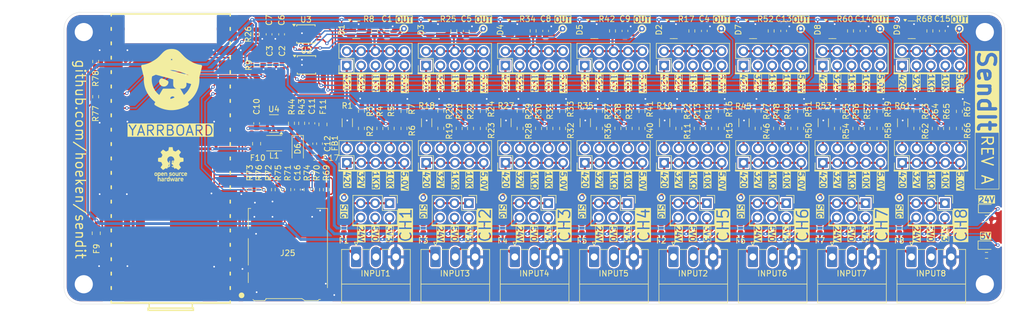
<source format=kicad_pcb>
(kicad_pcb (version 20241229) (generator "pcbnew") (generator_version "9.0")
  (layers (0 "F.Cu" signal) (4 "In1.Cu" signal) (6 "In2.Cu" signal) (2 "B.Cu" signal) (13 "F.Paste" user) (15 "B.Paste" user) (5 "F.SilkS" user "F.Silkscreen") (7 "B.SilkS" user "B.Silkscreen") (1 "F.Mask" user) (3 "B.Mask" user) (25 "Edge.Cuts" user))
  (net 0 "")
  (net 1 "GND")
  (net 2 "+3.3V")
  (net 3 "+24V")
  (net 4 "/ADC1/ADC0")
  (net 5 "/ADC1/ADC1")
  (net 6 "/ADC1/ADC2")
  (net 7 "/ADC1/ADC3")
  (net 8 "Net-(INPUT1-Pin_1)")
  (net 9 "Net-(INPUT2-Pin_1)")
  (net 10 "SCL")
  (net 11 "Net-(INPUT3-Pin_1)")
  (net 12 "SDA")
  (net 13 "Net-(INPUT4-Pin_1)")
  (net 14 "SD_CS")
  (net 15 "SD_DETECT")
  (net 16 "+5V")
  (net 17 "/ADC2/ADC0")
  (net 18 "Net-(D6-A)")
  (net 19 "Net-(J1-Pin_1)")
  (net 24 "ADC2_ALERT")
  (net 27 "Net-(J10-Pin_1)")
  (net 32 "MOSI")
  (net 33 "CLK")
  (net 34 "MISO")
  (net 37 "ADC1_ALERT")
  (net 43 "Net-(U5-VBUS)")
  (net 44 "/ADC2/ADC1")
  (net 45 "/ADC2/ADC2")
  (net 46 "/ADC2/ADC3")
  (net 47 "Net-(INPUT5-Pin_1)")
  (net 49 "Net-(INPUT6-Pin_1)")
  (net 50 "Net-(INPUT7-Pin_1)")
  (net 51 "Net-(INPUT8-Pin_1)")
  (net 52 "Net-(J13-Pin_1)")
  (net 53 "Net-(J16-Pin_1)")
  (net 54 "Net-(J4-Pin_1)")
  (net 55 "Net-(J19-Pin_1)")
  (net 56 "Net-(J22-Pin_1)")
  (net 57 "Net-(J7-Pin_1)")
  (net 58 "Net-(INPUT1-Pin_2)")
  (net 59 "Net-(INPUT2-Pin_2)")
  (net 60 "Net-(INPUT3-Pin_2)")
  (net 61 "Net-(INPUT4-Pin_2)")
  (net 62 "Net-(INPUT5-Pin_2)")
  (net 63 "Net-(INPUT6-Pin_2)")
  (net 64 "Net-(INPUT7-Pin_2)")
  (net 65 "Net-(INPUT8-Pin_2)")
  (net 66 "Net-(J18-Pin_10)")
  (net 67 "Net-(J18-Pin_9)")
  (net 68 "Net-(J11-Pin_10)")
  (net 69 "Net-(J2-Pin_6)")
  (net 70 "Net-(J12-Pin_10)")
  (net 71 "Net-(J2-Pin_8)")
  (net 72 "Net-(J2-Pin_10)")
  (net 73 "Net-(J18-Pin_3)")
  (net 74 "Net-(J21-Pin_9)")
  (net 75 "Net-(J2-Pin_4)")
  (net 76 "Net-(J2-Pin_2)")
  (net 77 "Net-(J14-Pin_10)")
  (net 78 "Net-(J20-Pin_10)")
  (net 79 "Net-(J15-Pin_10)")
  (net 80 "Net-(J3-Pin_10)")
  (net 81 "Net-(J24-Pin_9)")
  (net 82 "Net-(J3-Pin_3)")
  (net 83 "Net-(J11-Pin_4)")
  (net 84 "Net-(J3-Pin_9)")
  (net 85 "Net-(J21-Pin_10)")
  (net 86 "Net-(J5-Pin_8)")
  (net 87 "Net-(J11-Pin_6)")
  (net 88 "Net-(J5-Pin_4)")
  (net 89 "Net-(J5-Pin_10)")
  (net 90 "Net-(J5-Pin_6)")
  (net 91 "Net-(J5-Pin_2)")
  (net 92 "Net-(J6-Pin_10)")
  (net 93 "Net-(J17-Pin_10)")
  (net 94 "Net-(J6-Pin_9)")
  (net 95 "Net-(J23-Pin_10)")
  (net 96 "Net-(J14-Pin_6)")
  (net 97 "Net-(J6-Pin_3)")
  (net 98 "Net-(J8-Pin_10)")
  (net 99 "Net-(J24-Pin_10)")
  (net 100 "Net-(J8-Pin_8)")
  (net 101 "Net-(J17-Pin_6)")
  (net 102 "Net-(J8-Pin_6)")
  (net 103 "Net-(J21-Pin_3)")
  (net 104 "Net-(J11-Pin_8)")
  (net 105 "Net-(J8-Pin_2)")
  (net 106 "Net-(J8-Pin_4)")
  (net 107 "Net-(J9-Pin_10)")
  (net 108 "Net-(J14-Pin_8)")
  (net 109 "Net-(J9-Pin_3)")
  (net 110 "Net-(J9-Pin_9)")
  (net 111 "Net-(J17-Pin_8)")
  (net 112 "Net-(J12-Pin_9)")
  (net 113 "Net-(J11-Pin_2)")
  (net 114 "Net-(J12-Pin_3)")
  (net 115 "Net-(J15-Pin_3)")
  (net 116 "Net-(J14-Pin_2)")
  (net 117 "Net-(J15-Pin_9)")
  (net 118 "Net-(J20-Pin_8)")
  (net 119 "Net-(J17-Pin_2)")
  (net 120 "Net-(J14-Pin_4)")
  (net 121 "Net-(J20-Pin_6)")
  (net 122 "Net-(J20-Pin_2)")
  (net 123 "Net-(J20-Pin_4)")
  (net 124 "Net-(J23-Pin_4)")
  (net 125 "Net-(J24-Pin_3)")
  (net 126 "Net-(J17-Pin_4)")
  (net 127 "Net-(J23-Pin_2)")
  (net 128 "Net-(J23-Pin_8)")
  (net 129 "Net-(J23-Pin_6)")
  (net 131 "Net-(J25-CLK)")
  (net 133 "Net-(J25-DAT0)")
  (net 134 "Net-(J25-CMD)")
  (net 135 "Net-(U4-FB)")
  (net 138 "Net-(D6-K)")
  (net 139 "Net-(C12-Pad1)")
  (net 140 "Net-(U5-3V3(OUT))")
  (net 142 "Net-(D10-K)")
  (net 143 "Net-(D19-K)")
  (footprint "Resistor_SMD:R_0603_1608Metric" (layer "F.Cu") (at 123.75 95 90)
    (property "Reference" "R5")
    (property "Value" "10k 0.1%")
  )
  (footprint "Connector_Phoenix_MC:PhoenixContact_MC_1,5_3-G-3.5_1x03_P3.50mm_Horizontal" (layer "F.Cu") (at 173.555 117.67125)
    (property "Reference" "INPUT2")
    (property "Value" "Conn_01x03")
  )
  (footprint "Package_TO_SOT_SMD:SOT-23" (layer "F.Cu") (at 201.6 77.6)
    (property "Reference" "D8")
    (property "Value" "BAV199")
  )
  (footprint "MountingHole:MountingHole_3.2mm_M3_ISO14580_Pad" (layer "F.Cu") (at 69.5 78)
    (property "Reference" "H1" (hide yes))
    (property "Value" "MountingHole_Pad")
  )
  (footprint "Capacitor_SMD:C_0603_1608Metric" (layer "F.Cu") (at 110.2 100.1 180)
    (property "Reference" "C17")
    (property "Value" "1uF / 50v")
  )
  (footprint "Resistor_SMD:R_0603_1608Metric" (layer "F.Cu") (at 105.5 105.8 90)
    (property "Reference" "R71")
    (property "Value" "4.7k")
  )
  (footprint "Connector_PinHeader_2.54mm:PinHeader_2x03_P2.54mm_Vertical" (layer "F.Cu") (at 221.45 108.2 -90)
    (property "Reference" "J22" (hide yes))
    (property "Value" "~")
  )
  (footprint "Inductor_SMD:L_0603_1608Metric" (layer "F.Cu") (at 111.1 97.7 -90)
    (property "Reference" "FB1")
    (property "Value" "BLM18EG101TN1D")
  )
  (footprint "Capacitor_SMD:C_0603_1608Metric" (layer "F.Cu") (at 179 77.8 90)
    (property "Reference" "C4")
    (property "Value" "100nF / 50v")
  )
  (footprint "Resistor_SMD:R_0603_1608Metric" (layer "F.Cu") (at 99.95 78.4 90)
    (property "Reference" "R26")
    (property "Value" "10k")
  )
  (footprint "TestPoint:TestPoint_THTPad_D1.0mm_Drill0.5mm" (layer "F.Cu") (at 115.4 107.2)
    (property "Reference" "TP1" (hide yes))
    (property "Value" "TestPoint")
  )
  (footprint "Resistor_SMD:R_0603_1608Metric" (layer "F.Cu") (at 182 95 -90)
    (property "Reference" "R15")
    (property "Value" "560 0.1%")
  )
  (footprint "Resistor_SMD:R_0603_1608Metric" (layer "F.Cu") (at 112.3 105.8 90)
    (property "Reference" "R69")
    (property "Value" "10k")
  )
  (footprint "Connector_PinHeader_2.54mm:PinHeader_2x03_P2.54mm_Vertical" (layer "F.Cu") (at 123.45 108.2 -90)
    (property "Reference" "J1" (hide yes))
    (property "Value" "~")
  )
  (footprint "Resistor_SMD:R_0603_1608Metric" (layer "F.Cu") (at 219.75 95 90)
    (property "Reference" "R64")
    (property "Value" "1k 0.1%")
  )
  (footprint "Connector_PinHeader_2.54mm:PinHeader_2x03_P2.54mm_Vertical" (layer "F.Cu") (at 151.45 108.2 -90)
    (property "Reference" "J10" (hide yes))
    (property "Value" "~")
  )
  (footprint "Connector_PinHeader_2.54mm:PinHeader_2x03_P2.54mm_Vertical" (layer "F.Cu") (at 179.45 108.2 -90)
    (property "Reference" "J4" (hide yes))
    (property "Value" "~")
  )
  (footprint "Package_TO_SOT_SMD:SOT-23" (layer "F.Cu") (at 159.6 77.6)
    (property "Reference" "D5")
    (property "Value" "BAV199")
  )
  (footprint "yarrboard:Logo Small" (layer "F.Cu") (at 85 86.4)
    (property "Reference" "LOGO1" (hide yes))
    (property "Value" "~" (hide yes))
  )
  (footprint "TestPoint:TestPoint_THTPad_D1.0mm_Drill0.5mm" (layer "F.Cu") (at 140 77.4)
    (property "Reference" "TP6" (hide yes))
    (property "Value" "TestPoint")
  )
  (footprint "Connector_Phoenix_MC:PhoenixContact_MC_1,5_3-G-3.5_1x03_P3.50mm_Horizontal" (layer "F.Cu") (at 215.555 117.67125)
    (property "Reference" "INPUT8")
    (property "Value" "Conn_01x03")
  )
  (footprint "Resistor_SMD:R_1206_3216Metric" (layer "F.Cu") (at 214 94 -90)
    (property "Reference" "R61")
    (property "Value" "165 0.1%")
  )
  (footprint "Package_TO_SOT_SMD:SOT-23" (layer "F.Cu") (at 117.6 77.6)
    (property "Reference" "D1")
    (property "Value" "BAV199")
  )
  (footprint "Connector_PinHeader_2.54mm:PinHeader_2x05_P2.54mm_Vertical" (layer "F.Cu") (at 129.9 83.90375 90)
    (property "Reference" "J9" (hide yes))
    (property "Value" "Conn_02x05_Odd_Even")
  )
  (footprint "Resistor_SMD:R_0603_1608Metric" (layer "F.Cu") (at 140 92 -90)
    (property "Reference" "R24")
    (property "Value" "1k 0.1%")
  )
  (footprint "Resistor_SMD:R_0603_1608Metric" (layer "F.Cu") (at 146.5 91.95 -90)
    (property "Reference" "R29")
    (property "Value" "1.5K 0.1%")
  )
  (footprint "TestPoint:TestPoint_THTPad_D1.0mm_Drill0.5mm" (layer "F.Cu") (at 224 77.4)
    (property "Reference" "TP16" (hide yes))
    (property "Value" "TestPoint")
  )
  (footprint "Fuse:Fuse_0603_1608Metric" (layer "F.Cu") (at 213.4 112.6 -90)
    (property "Reference" "F8")
    (property "Value" "30mA / 30v")
  )
  (footprint "Connector_Phoenix_MC:PhoenixContact_MC_1,5_3-G-3.5_1x03_P3.50mm_Horizontal" (layer "F.Cu") (at 159.555 117.67125)
    (property "Reference" "INPUT5")
    (property "Value" "Conn_01x03")
  )
  (footprint "TestPoint:TestPoint_THTPad_D1.0mm_Drill0.5mm" (layer "F.Cu") (at 213.4 107.2)
    (property "Reference" "TP15" (hide yes))
    (property "Value" "TestPoint")
  )
  (footprint "Capacitor_SMD:C_0603_1608Metric" (layer "F.Cu") (at 100 94.1 90)
    (property "Reference" "C10")
    (property "Value" "10uF / 10v")
  )
  (footprint "Resistor_SMD:R_0603_1608Metric" (layer "F.Cu") (at 224 92 -90)
    (property "Reference" "R67")
    (property "Value" "1k 0.1%")
  )
  (footprint "TestPoint:TestPoint_THTPad_D1.0mm_Drill0.5mm" (layer "F.Cu") (at 210 77.4)
    (property "Reference" "TP14" (hide yes))
    (property "Value" "TestPoint")
  )
  (footprint "Resistor_SMD:R_0603_1608Metric" (layer "F.Cu") (at 191.75 95 90)
    (property "Reference" "R48")
    (property "Value" "1k 0.1%")
  )
  (footprint "Connector_PinHeader_2.54mm:PinHeader_2x05_P2.54mm_Vertical" (layer "F.Cu") (at 199.9 83.90375 90)
    (property "Reference" "J21" (hide yes))
    (property "Value" "Conn_02x05_Odd_Even")
  )
  (footprint "TestPoint:TestPoint_THTPad_D1.0mm_Drill0.5mm" (layer "F.Cu") (at 168 77.4)
    (property "Reference" "TP10" (hide yes))
    (property "Value" "TestPoint")
  )
  (footprint "MountingHole:MountingHole_3.2mm_M3_ISO14580_Pad" (layer "F.Cu") (at 228.5 122.5 90)
    (property "Reference" "H3" (hide yes))
    (property "Value" "MountingHole_Pad")
  )
  (footprint "Resistor_SMD:R_0603_1608Metric" (layer "F.Cu") (at 146.5 95 -90)
    (property "Reference" "R28")
    (property "Value" "13K 0.1%")
  )
  (footprint "Connector_PinHeader_2.54mm:PinHeader_2x05_P2.54mm_Vertical" (layer "F.Cu") (at 157.92 101.075 90)
    (property "Reference" "J14" (hide yes))
    (property "Value" "Conn_02x05_Odd_Even")
  )
  (footprint "Resistor_SMD:R_0603_1608Metric" (layer "F.Cu") (at 205.75 95 90)
    (property "Reference" "R56")
    (property "Value" "1k 0.1%")
  )
  (footprint "Resistor_SMD:R_0603_1608Metric" (layer "F.Cu") (at 148.8 77.8 90)
    (property "Reference" "R34")
    (property "Value" "1k")
  )
  (footprint "Resistor_SMD:R_0603_1608Metric" (layer "F.Cu") (at 190.8 77.8 90)
    (property "Reference" "R52")
    (property "Value" "1k")
  )
  (footprint "LED_SMD:LED_0603_1608Metric" (layer "F.Cu") (at 228.8 115.6)
    (property "Reference" "D19" (hide yes))
    (property "Value" "PWR")
  )
  (footprint "Capacitor_SMD:C_0603_1608Metric" (layer "F.Cu") (at 104.41 78.4 -90)
    (property "Reference" "C6")
    (property "Value" "100nF / 50v")
  )
  (footprint "TestPoint:TestPoint_THTPad_D1.0mm_Drill0.5mm" (layer "F.Cu") (at 196 77.4)
    (property "Reference" "TP12" (hide yes))
    (property "Value" "TestPoint")
  )
  (footprint "MountingHole:MountingHole_3.2mm_M3_ISO14580_Pad" (layer "F.Cu") (at 69.5 122.5)
    (property "Reference" "H4" (hide yes))
    (property "Value" "MountingHole_Pad")
  )
  (footprint "Diode_SMD:D_SOD-123" (layer "F.Cu") (at 107.25 98.6 -90)
    (property "Reference" "D6")
    (property "Value" "MBR0530")
  )
  (footprint "Resistor_SMD:R_0603_1608Metric" (layer "F.Cu") (at 207.75 95 90)
    (property "Reference" "R57")
    (property "Value" "10k 0.1%")
  )
  (footprint "Resistor_SMD:R_0603_1608Metric" (layer "F.Cu") (at 216.5 95 -90)
    (property "Reference" "R62")
    (property "Value" "13K 0.1%")
  )
  (footprint "Resistor_SMD:R_0603_1608Metric" (layer "F.Cu") (at 216.5 91.95 -90)
    (property "Reference" "R63")
    (property "Value" "1.5K 0.1%")
  )
  (footprint "Capacitor_SMD:C_0603_1608Metric" (layer "F.Cu") (at 137 77.8 90)
    (property "Reference" "C5")
    (property "Value" "100nF / 50v")
  )
  (footprint "Connector_Phoenix_MC:PhoenixContact_MC_1,5_3-G-3.5_1x03_P3.50mm_Horizontal" (layer "F.Cu") (at 201.555 117.67125)
    (property "Reference" "INPUT7")
    (property "Value" "Conn_01x03")
  )
  (footprint "Capacitor_SMD:C_0603_1608Metric" (layer "F.Cu") (at 104.51 83.85 -90)
    (property "Reference" "C2")
    (property "Value" "100nF / 50v")
  )
  (footprint "Resistor_SMD:R_1206_3216Metric" (layer "F.Cu") (at 144 94 -90)
    (property "Reference" "R27")
    (property "Value" "165 0.1%")
  )
  (footprint "Capacitor_SMD:C_0603_1608Metric" (layer "F.Cu") (at 107.2 105.8 90)
    (property "Reference" "C16")
    (property "Value" "10uF / 10v")
  )
  (footprint "Resistor_SMD:R_0603_1608Metric" (layer "F.Cu") (at 154 92 -90)
    (property "Reference" "R33")
    (property "Value" "1k 0.1%")
  )
  (footprint "Package_TO_SOT_SMD:SOT-23" (layer "F.Cu") (at 187.6 77.6)
    (property "Reference" "D7")
    (property "Value" "BAV199")
  )
  (footprint "Resistor_SMD:R_0603_1608Metric" (layer "F.Cu") (at 165.75 95 90)
    (property "Reference" "R39")
    (property "Value" "10k 0.1%")
  )
  (footprint "Package_TO_SOT_SMD:SOT-23-5" (layer "F.Cu") (at 103.05 94.15 180)
    (property "Reference" "U4")
    (property "Value" "TPS61040DBV")
  )
  (footprint "Resistor_SMD:R_0603_1608Metric" (layer "F.Cu") (at 174.5 95 -90)
    (property "Reference" "R11")
    (property "Value" "13K 0.1%")
  )
  (footprint "Resistor_SMD:R_0603_1608Metric" (layer "F.Cu") (at 163.75 95 90)
    (property "Reference" "R38")
    (property "Value" "1k 0.1%")
  )
  (footprint "Connector_PinHeader_2.54mm:PinHeader_2x05_P2.54mm_Vertical" (layer "F.Cu") (at 171.92 101.075 90)
    (property "Reference" "J5" (hide yes))
    (property "Value" "Conn_02x05_Odd_Even")
  )
  (footprint "Package_TO_SOT_SMD:SOT-23" (layer "F.Cu") (at 145.6 77.6)
    (property "Reference" "D4")
    (property "Value" "BAV199")
  )
  (footprint "Resistor_SMD:R_0603_1608Metric" (layer "F.Cu") (at 193.75 95 90)
    (property "Reference" "R49")
    (property "Value" "10k 0.1%")
  )
  (footprint "Resistor_SMD:R_0603_1608Metric" (layer "F.Cu") (at 228.8 117.4)
    (property "Reference" "R80" (hide yes))
    (property "Value" "560")
  )
  (footprint "Resistor_SMD:R_0603_1608Metric" (layer "F.Cu") (at 177.75 95 90)
    (property "Reference" "R13")
    (property "Value" "1k 0.1%")
  )
  (footprint "Resistor_SMD:R_0603_1608Metric" (layer "F.Cu") (at 132.5 95 -90)
    (property "Reference" "R19")
    (property "Value" "13K 0.1%")
  )
  (footprint "Capacitor_SMD:C_0603_1608Metric" (layer "F.Cu") (at 165 77.8 90)
    (property "Reference" "C9")
    (property "Value" "100nF / 50v")
  )
  (footprint "Fuse:Fuse_0603_1608Metric" (layer "F.Cu") (at 129.4 112.6 -90)
    (property "Reference" "F3")
    (property "Value" "30mA / 30v")
  )
  (footprint "Connector_PinHeader_2.54mm:PinHeader_2x05_P2.54mm_Vertical" (layer "F.Cu") (at 157.9 83.90375 90)
    (property "Reference" "J15" (hide yes))
    (property "Value" "Conn_02x05_Odd_Even")
  )
  (footprint "TestPoint:TestPoint_THTPad_D1.0mm_Drill0.5mm" (layer "F.Cu") (at 129.4 107.2)
    (property "Reference" "TP5" (hide yes))
    (property "Value" "TestPoint")
  )
  (footprint "Resistor_SMD:R_0603_1608Metric" (layer "F.Cu") (at 107.95 94.1 90)
    (property "Reference" "R43")
    (property "Value" "1.87M")
  )
  (footprint "TestPoint:TestPoint_THTPad_D1.0mm_Drill0.5mm" (layer "F.Cu") (at 143.4 107.2)
    (property "Reference" "TP7" (hide yes))
    (property "Value" "TestPoint")
  )
  (footprint "Resistor_SMD:R_0603_1608Metric" (layer "F.Cu") (at 221.75 95 90)
    (property "Reference" "R65")
    (property "Value" "10k 0.1%")
  )
  (footprint "Capacitor_SMD:C_0603_1608Metric" (layer "F.Cu") (at 193 77.8 90)
    (property "Reference" "C13")
    (property "Value" "100nF / 50v")
  )
  (footprint "LED_SMD:LED_0603_1608Metric" (layer "F.Cu") (at 228.84 109.15)
    (property "Reference" "D10" (hide yes))
    (property "Value" "PWR")
  )
  (footprint "Connector_Card:microSD_HC_Hirose_DM3AT-SF-PEJM5" (layer "F.Cu") (at 105.5 117)
    (property "Reference" "J25")
    (property "Value" "Micro_SD_Card")
  )
  (footprint "Connector_Phoenix_MC:PhoenixContact_MC_1,5_3-G-3.5_1x03_P3.50mm_Horizontal" (layer "F.Cu") (at 131.555 117.67125)
    (property "Reference" "INPUT3")
    (property "Value" "Conn_01x03")
  )
  (footprint "Connector_PinHeader_2.54mm:PinHeader_2x05_P2.54mm_Vertical" (layer "F.Cu") (at 185.9 83.90375 90)
    (property "Reference" "J18" (hide yes))
    (property "Value" "Conn_02x05_Odd_Even")
  )
  (footprint "Connector_PinHeader_2.54mm:PinHeader_2x05_P2.54mm_Vertical" (layer "F.Cu") (at 115.92 101.075 90)
    (property "Reference" "J2" (hide yes))
    (property "Value" "Conn_02x05_Odd_Even")
  )
  (footprint "Resistor_SMD:R_0603_1608Metric" (layer "F.Cu") (at 108.9 105.8 90)
    (property "Reference" "R74")
    (property "Value" "220")
  )
  (footprint "Capacitor_SMD:C_0603_1608Metric" (layer "F.Cu") (at 151 77.8 90)
    (property "Reference" "C8")
    (property "Value" "100nF / 50v")
  )
  (footprint "Connector_PinHeader_2.54mm:PinHeader_2x03_P2.54mm_Vertical" (layer "F.Cu") (at 137.45 108.2 -90)
    (property "Reference" "J7" (hide yes))
    (property "Value" "~")
  )
  (footprint "Resistor_SMD:R_0603_1608Metric" (layer "F.Cu") (at 188.5 91.95 -90)
    (property "Reference" "R47")
    (property "Value" "1.5K 0.1%")
  )
  (footprint "Resistor_SMD:R_0603_1608Metric" (layer "F.Cu") (at 126 95 -90)
    (property "Reference" "R6")
    (property "Value" "560 0.1%")
  )
  (footprint "Resistor_SMD:R_0603_1608Metric" (layer "F.Cu") (at 106.15 94.1 -90)
    (property "Reference" "R44")
    (property "Value" "100k")
  )
  (footprint "Fuse:Fuse_0603_1608Metric" (layer "F.Cu") (at 185.4 112.6 -90)
    (property "Reference" "F6")
    (property "Value" "30mA / 30v")
  )
  (footprint "Resistor_SMD:R_0603_1608Metric" (layer "F.Cu") (at 202.5 95 -90)
    (property "Reference" "R54")
    (property "Value" "13K 0.1%")
  )
  (footprint "Resistor_SMD:R_0603_1608Metric" (layer "F.Cu") (at 100.05 83.85 90)
    (property "Reference" "R9")
    (property "Value" "10k")
  )
  (footprint "Package_TO_SOT_SMD:SOT-23" (layer "F.Cu") (at 215.6 77.6)
    (property "Reference" "D9")
    (property "Value" "BAV199")
  )
  (footprint "Connector_Phoenix_MC:PhoenixContact_MC_1,5_3-G-3.5_1x03_P3.50mm_Horizontal" (layer "F.Cu") (at 145.555 117.67125)
    (property "Reference" "INPUT4")
    (property "Value" "Conn_01x03")
  )
  (footprint "Connector_PinHeader_2.54mm:PinHeader_2x03_P2.54mm_Vertical" (layer "F.Cu") (at 165.45 108.2 -90)
    (property "Reference" "J13" (hide yes))
    (property "Value" "~")
  )
  (footprint "Fuse:Fuse_0603_1608Metric" (layer "F.Cu") (at 199.4 112.6 -90)
    (property "Reference" "F7")
    (property "Value" "30mA / 30v")
  )
  (footprint "Resistor_SMD:R_1206_3216Metric" (layer "F.Cu") (at 130 94 -90)
    (property "Reference" "R18")
    (property "Value" "165 0.1%")
  )
  (footprint "Resistor_SMD:R_1206_3216Metric" (layer "F.Cu") (at 200 94 -90)
    (property "Reference" "R53")
    (property "Value" "165 0.1%")
  )
  (footprint "Connector_PinHeader_2.54mm:PinHeader_2x05_P2.54mm_Vertical" (layer "F.Cu") (at 143.9 83.90375 90)
    (property "Reference" "J12" (hide yes))
    (property "Value" "Conn_02x05_Odd_Even")
  )
  (footprint "Resistor_SMD:R_1206_3216Metric" (layer "F.Cu") (at 158 94 -90)
    (property "Reference" "R35")
    (property "Value" "165 0.1%")
  )
  (footprint "TestPoint:TestPoint_THTPad_D1.0mm_Drill0.5mm" (layer "F.Cu") (at 185.4 107.2)
    (property "Reference" "TP11" (hide yes))
    (property "Value" "TestPoint")
  )
  (footprint "Resistor_SMD:R_0603_1608Metric" (layer "F.Cu") (at 176.8 77.8 90)
    (property "Reference" "R17")
    (property "Value" "1k")
  )
  (footprint "Symbol:OSHW-Logo_5.7x6mm_SilkScreen" (layer "F.Cu") (at 84.84375 101.3225)
    (property "Reference" "LOGO2" (hide yes))
    (property "Value" "Logo_Open_Hardware_Small" (hide yes))
  )
  (footprint "Capacitor_SMD:C_0603_1608Metric" (layer "F.Cu") (at 207 77.8 90)
    (property "Reference" "C14")
    (property "Value" "100nF / 50v")
  )
  (footprint "Resistor_SMD:R_0603_1608Metric" (layer "F.Cu") (at 121.75 95 90)
    (property "Reference" "R4")
    (property "Value" "1k 0.1%")
  )
  (footprint "Resistor_SMD:R_0603_1608Metric" (layer "F.Cu") (at 188.5 95 -90)
    (property "Reference" "R46")
    (property "Value" "13K 0.1%")
  )
  (footprint "Package_SO:TSSOP-10_3x3mm_P0.5mm" (layer "F.Cu") (at 108.8 83.8)
    (property "Reference" "U2")
    (property "Value" "ADS1115IDGS")
  )
  (footprint "Resistor_SMD:R_0603_1608Metric" (layer "F.Cu") (at 134.8 77.8 90)
    (property "Reference" "R25")
    (property "Value" "1k")
  )
  (footprint "Resistor_SMD:R_0603_1608Metric" (layer "F.Cu") (at 103.8 105.8 90)
    (property "Reference" "R75")
    (property "Value" "220")
  )
  (footprint "Connector_Phoenix_MC:PhoenixContact_MC_1,5_3-G-3.5_1x03_P3.50mm_Horizontal" (layer "F.Cu") (at 117.555 117.67125)
    (property "Reference" "INPUT1")
    (property "Value" "Conn_01x03")
  )
  (footprint "Resistor_SMD:R_0603_1608Metric" (layer "F.Cu") (at 168 95 -90)
    (property "Reference" "R40")
    (property "Value" "560 0.1%")
  )
  (footprint "Connector_PinHeader_2.54mm:PinHeader_2x05_P2.54mm_Vertical" (layer "F.Cu") (at 171.9 83.90375 90)
    (property "Reference" "J6" (hide yes))
    (property "Value" "Conn_02x05_Odd_Even")
  )
  (footprint "Fuse:Fuse_0805_2012Metric" (layer "F.Cu") (at 111.7 94.3 90)
    (property "Reference" "F11")
    (property "Value" "300mA / 30v")
  )
  (footprint "Resistor_SMD:R_0603_1608Metric" (layer "F.Cu") (at 154 95 -90)
    (property "Reference" "R32")
    (property "Value" "560 0.1%")
  )
  (footprint "TestPoint:TestPoint_THTPad_D1.0mm_Drill0.5mm" (layer "F.Cu") (at 199.4 107.2)
    (property "Reference" "TP13" (hide yes))
    (property "Value" "TestPoint")
  )
  (footprint "Resistor_SMD:R_0603_1608Metric" (layer "F.Cu") (at 110.6 105.8 90)
    (property "Reference" "R70")
    (property "Value" "4.7k")
  )
  (footprint "Resistor_SMD:R_0603_1608Metric" (layer "F.Cu") (at 71.6 83.2 90)
    (property "Reference" "R78")
    (property "Value" "4.7k")
  )
  (footprint "Resistor_SMD:R_0603_1608Metric" (layer "F.Cu") (at 126 92 -90)
    (property "Reference" "R7")
    (property "Value" "1k 0.1%")
  )
  (footprint "Package_TO_SOT_SMD:SOT-23" (layer "F.Cu") (at 173.6 77.6)
    (property "Reference" "D2")
    (property "Value" "BAV199")
  )
  (footprint "Connector_PinHeader_2.54mm:PinHeader_2x05_P2.54mm_Vertical" (layer "F.Cu") (at 199.92 101.075 90)
    (property "Reference" "J20" (hide yes))
    (property "Value" "Conn_02x05_Odd_Even")
  )
  (footprint "Resistor_SMD:R_0603_1608Metric" (layer "F.Cu") (at 118.5 95 -90)
    (property "Reference" "R2")
    (property "Value" "13K 0.1%")
  )
  (footprint "Resistor_SMD:R_0603_1608Metric" (layer "F.Cu") (at 179.75 95 90)
    (property "Reference" "R14")
    (property "Value" "10k 0.1%")
  )
  (footprint "Resistor_SMD:R_0603_1608Metric" (layer "F.Cu") (at 132.5 91.95 -90)
    (property "Reference" "R20")
    (property "Value" "1.5K 0.1%")
  )
  (footprint "Package_TO_SOT_SMD:SOT-23" (layer "F.Cu") (at 131.6 77.6)
    (property "Reference" "D3")
    (property "Value" "BAV199")
  )
  (footprint "Resistor_SMD:R_0603_1608Metric" (layer "F.Cu") (at 71.6 89.4 -90)
    (property "Reference" "R77")
    (property "Value" "4.7k")
  )
  (footprint "Capacitor_SMD:C_0603_1608Metric" (layer "F.Cu") (at 102.2 78.4 -90)
    (property "Reference" "C7")
    (property "Value" "10uF / 10v")
  )
  (footprint "Resistor_SMD:R_1206_3216Metric" (layer "F.Cu") (at 186 94 -90)
    (property "Reference" "R45")
    (property "Value" "165 0.1%")
  )
  (footprint "Resistor_SMD:R_0603_1608Metric" (layer "F.Cu") (at 137.75 95 90)
    (property "Reference" "R22")
    (property "Value" "10k 0.1%")
  )
  (footprint "Fuse:Fuse_0805_2012Metric" (layer "F.Cu") (at 71.7 113.5 -90)
    (property "Reference" "F9")
    (property "Value" "750mA / 6v")
  )
  (footprint "Resistor_SMD:R_0603_1608Metric" (layer "F.Cu") (at 224 95 -90)
    (property "Reference" "R66")
    (property "Value" "560 0.1%")
  )
  (footprint "TestPoint:TestPoint_THTPad_D1.0mm_Drill0.5mm" (layer "F.Cu") (at 157.4 107.2)
    (property "Reference" "TP9" (hide yes))
    (property "Value" "TestPoint")
  )
  (footprint "Connector_PinHeader_2.54mm:PinHeader_2x05_P2.54mm_Vertical" (layer "F.Cu") (at 213.92 101.075 90)
    (property "Reference" "J23" (hide yes))
    (property "Value" "Conn_02x05_Odd_Even")
  )
  (footprint "Resistor_SMD:R_1206_3216Metric" (layer "F.Cu") (at 116 94 -90)
    (property "Reference" "R1")
    (property "Value" "165 0.1%")
  )
  (footprint "Resistor_SMD:R_0603_1608Metric" (layer "F.Cu") (at 160.5 95 -90)
    (property "Reference" "R36")
    (property "Value" "13K 0.1%")
  )
  (footprint "Fuse:Fuse_0603_1608Metric" (layer "F.Cu") (at 143.4 112.6 -90)
    (property "Reference" "F4")
    (property "Value" "30mA / 30v")
  )
  (footprint "Resistor_SMD:R_0603_1608Metric" (layer "F.Cu") (at 218.8 77.8 90)
    (property "Reference" "R68")
    (property "Value" "1k")
  )
  (footprint "Resistor_SMD:R_0603_1608Metric" (layer "F.Cu") (at 196 92 -90)
    (property "Reference" "R51")
    (property "Value" "1k 0.1%")
  )
  (footprint "Connector_PinHeader_2.54mm:PinHeader_2x05_P2.54mm_Vertical" (layer "F.Cu") (at 143.92 101.075 90)
    (property "Reference" "J11" (hide yes))
    (property "Value" "Conn_02x05_Odd_Even")
  )
  (footprint "Resistor_SMD:R_0603_1608Metric" (layer "F.Cu") (at 135.75 95 90)
    (property "Reference" "R21")
    (property "Value" "1k 0.1%")
  )
  (footprint "Resistor_SMD:R_0603_1608Metric" (layer "F.Cu") (at 210 95 -90)
    (property "Reference" "R58")
    (property "Value" "560 0.1%")
  )
  (footprint "TestPoint:TestPoint_THTPad_D1.0mm_Drill0.5mm" (layer "F.Cu") (at 171.4 107.2)
    (property "Reference" "TP3" (hide yes))
    (property "Value" "TestPoint")
  )
  (footprint "Resistor_SMD:R_0603_1608Metric" (layer "F.Cu") (at 118.5 91.95 -90)
    (property "Reference" "R3")
    (property "Value" "1.5K 0.1%")
  )
  (footprint "Resistor_SMD:R_0603_1608Metric" (layer "F.Cu") (at 160.5 91.95 -90)
    (property "Reference" "R37")
    (property "Value" "1.5K 0.1%")
  )
  (footprint "Capacitor_SMD:C_0603_1608Metric" (layer "F.Cu") (at 109.4 97.7 -90)
    (property "Reference" "C12")
    (property "Value" "1uF / 50v")
  )
  (footprint "Resistor_SMD:R_0603_1608Metric" (layer "F.Cu") (at 151.75 95 90)
    (property "Reference" "R31")
    (property "Value" "10k 0.1%")
  )
  (footprint "Capacitor_SMD:C_0603_1608Metric" (layer "F.Cu") (at 123 77.8 90)
    (property "Reference" "C1")
    (property "Value" "100nF / 50v")
  )
  (footprint "Inductor_SMD:L_APV_ANR252012" (layer "F.Cu") (at 103.1 97.6)
    (property "Reference" "L1")
    (property "Value" "10uH")
  )
  (footprint "Resistor_SMD:R_1206_3216Metric" (layer "F.Cu") (at 172 94 -90)
    (property "Reference" "R10")
    (property "Value" "165 0.1%")
  )
  (footprint "Resistor_SMD:R_0603_1608Metric" (layer "F.Cu") (at 210 92 -90)
    (property "Reference" "R59")
    (property "Value" "1k 0.1%")
  )
  (footprint "Resistor_SMD:R_0603_1608Metric" (layer "F.Cu") (at 98.7 105.8 90)
    (property "Reference" "R73")
    (property "Value" "10k")
  )
  (footprint "Connector_PinHeader_2.54mm:PinHeader_2x05_P2.54mm_Vertical" (layer "F.Cu") (at 185.92 101.075 90)
    (property "Reference" "J17" (hide yes))
    (property "Value" "Conn_02x05_Odd_Even")
  )
  (footprint "Fuse:Fuse_0603_1608Metric" (layer "F.Cu") (at 115.4 112.6 -90)
    (property "Reference" "F1")
    (property "Value" "30mA / 30v")
  )
  (footprint "MountingHole:MountingHole_3.2mm_M3_ISO14580_Pad" (layer "F.Cu") (at 228.5 78)
    (property "Reference" "H2" (hide yes))
    (property "Value" "MountingHole_Pad")
  )
  (footprint "Package_SO:TSSOP-10_3x3mm_P0.5mm" (layer "F.Cu") (at 108.7 78.35)
    (property "Reference" "U3")
    (property "Value" "ADS1115IDGS")
  )
  (footprint "Resistor_SMD:R_0603_1608Metric" (layer "F.Cu") (at 162.8 77.8 90)
    (property "Reference" "R42")
    (property "Value" "1k")
  )
  (footprint "Capacitor_SMD:C_0603_1608Metric" (layer "F.Cu") (at 221 77.8 90)
    (property "Reference" "C15")
    (property "Value" "100nF / 50v")
  )
  (footprint "Fuse:Fuse_0805_2012Metric" (layer "F.Cu") (at 100 97.7 -90)
    (property "Reference" "F10")
    (property "Value" "2A / 6V")
  )
  (footprint "Capacitor_SMD:C_0603_1608Metric" (layer "F.Cu") (at 102.3 83.85 -90)
    (property "Reference" "C3")
    (property "Value" "10uF / 10v")
  )
  (footprint "Connector_PinHeader_2.54mm:PinHeader_2x05_P2.54mm_Vertical" (layer "F.Cu") (at 115.9 83.90375 90)
    (property "Reference" "J3" (hide yes))
    (property "Value" "Conn_02x05_Odd_Even")
  )
  (footprint "Connector_PinHeader_2.54mm:PinHeader_2x05_P2.54mm_Vertical" (layer "F.Cu") (at 129.92 101.075 90)
    (property "Reference" "J8" (hide yes))
    (property "Value" "Conn_02x05_Odd_Even")
  )
  (footprint "Resistor_SMD:R_0603_1608Metric" (layer "F.Cu") (at 182 92 -90)
    (property "Reference" "R16")
    (property "Value" "1k 0.1%")
  )
  (footprint "TestPoint:TestPoint_THTPad_D1.0mm_Drill0.5mm" (layer "F.Cu") (at 154 77.4)
    (property "Reference" "TP8" (hide yes))
    (property "Value" "TestPoint")
  )
  (footprint "TestPoint:TestPoint_THTPad_D1.0mm_Drill0.5mm" (layer "F.Cu") (at 182 77.4)
    (property "Reference" "TP4" (hide yes))
    (property "Value" "TestPoint")
  )
  (footprint "Connector_PinHeader_2.54mm:PinHeader_2x05_P2.54mm_Vertical" (layer "F.Cu") (at 213.9 83.90375 90)
    (property "Reference" "J24" (hide yes))
    (property "Value" "Conn_02x05_Odd_Even")
  )
  (footprint "Fuse:Fuse_0603_1608Metric" (layer "F.Cu") (at 157.4 112.6 -90)
    (property "Reference" "F5")
    (property "Value" "30mA / 30v")
  )
  (footprint "Fuse:Fuse_0603_1608Metric" (layer "F.Cu") (at 171.4 112.6 -90)
    (property "Reference" "F2")
    (property "Value" "30mA / 30v")
  )
  (footprint "Connector_Phoenix_MC:PhoenixContact_MC_1,5_3-G-3.5_1x03_P3.50mm_Horizontal" (layer "F.Cu") (at 187.555 117.67125)
    (property "Reference" "INPUT6")
    (property "Value" "Conn_01x03")
  )
  (footprint "Resistor_SMD:R_0603_1608Metric" (layer "F.Cu") (at 140 95 -90)
    (property "Reference" "R23")
    (property "Value" "560 0.1%")
  )
  (footprint "Resistor_SMD:R_0603_1608Metric" (layer "F.Cu") (at 202.5 91.95 -90)
    (property "Reference" "R55")
    (property "Value" "1.5K 0.1%")
  )
  (footprint "Resistor_SMD:R_0603_1608Metric" (layer "F.Cu") (at 100.4 105.8 90)
    (property "Reference" "R76")
    (property "Value" "220")
  )
  (footprint "Resistor_SMD:R_0603_1608Metric" (layer "F.Cu") (at 174.5 91.95 -90)
    (property "Reference" "R12")
    (property "Value" "1.5K 0.1%")
  )
  (footprint "yarrboard:ESP32-S3-PICO" (layer "F.Cu") (at 84.84375 101.3225 180)
    (property "Reference" "U5")
    (property "Value" "~")
  )
  (footprint "Resistor_SMD:R_0603_1608Metric" (layer "F.Cu") (at 196 95 -90)
    (property "Reference" "R50")
    (property "Value" "560 0.1%")
  )
  (footprint "Connector_PinHeader_2.54mm:PinHeader_2x03_P2.54mm_Vertical" (layer "F.Cu") (at 207.45 108.2 -90)
    (property "Reference" "J19" (hide yes))
    (property "Value" "~")
  )
  (footprint "TestPoint:TestPoint_THTPad_D1.0mm_Drill0.5mm" (layer "F.Cu") (at 126 77.4)
    (property "Reference" "TP2" (hide yes))
    (property "Value" "TestPoint")
  )
  (footprint "Resistor_SMD:R_0603_1608Metric" (layer "F.Cu") (at 149.75 95 90)
    (property "Reference" "R30")
    (property "Value" "1k 0.1%")
  )
  (footprint "Resistor_SMD:R_0603_1608Metric" (layer "F.Cu") (at 228.8 110.9)
    (property "Reference" "R79" (hide yes))
    (property "Value" "5.6k")
  )
  (footprint "Capacitor_SMD:C_0603_1608Metric" (layer "F.Cu") (at 109.75 94.1 90)
    (property "Reference" "C11")
    (property "Value" "22pF / 50v")
  )
  (footprint "Connector_PinHeader_2.54mm:PinHeader_2x03_P2.54mm_Vertical" (layer "F.Cu") (at 193.45 108.2 -90)
    (property "Reference" "J16" (hide yes))
    (property "Value" "~")
  )
  (footprint "Resistor_SMD:R_0603_1608Metric" (layer "F.Cu") (at 168 92 -90)
    (property "Reference" "R41")
    (property "Value" "1k 0.1%")
  )
  (footprint "Resistor_SMD:R_0603_1608Metric" (layer "F.Cu") (at 204.8 77.8 90)
    (property "Reference" "R60")
    (property "Value" "1k")
  )
  (footprint "Resistor_SMD:R_0603_1608Metric" (layer "F.Cu") (at 102.1 105.8 90)
    (property "Reference" "R72")
    (property "Value" "4.7k")
  )
  (footprint "Resistor_SMD:R_0603_1608Metric" (layer "F.Cu") (at 120.8 77.8 90)
    (property "Reference" "R8")
    (property "Value" "1k")
  )
  (gr_line (start 170.52 85.28375) (end 183.4 85.28375) (stroke (width 0.3)) (layer "F.SilkS"))
  (gr_line (start 184.54 102.455) (end 197.46 102.455) (stroke (width 0.3)) (layer "F.SilkS"))
  (gr_line (start 142.52 85.28375) (end 155.4 85.28375) (stroke (width 0.3)) (layer "F.SilkS"))
  (gr_line (start 222.83 112.1) (end 214.99 112.1) (stroke (width 0.3)) (layer "F.SilkS"))
  (gr_line (start 124.83 112.1) (end 116.99 112.1) (stroke (width 0.3)) (layer "F.SilkS"))
  (gr_line (start 194.83 112.1) (end 186.99 112.1) (stroke (width 0.3)) (layer "F.SilkS"))
  (gr_line (start 180.83 112.1) (end 172.99 112.1) (stroke (width 0.3)) (layer "F.SilkS"))
  (gr_line (start 212.54 102.455) (end 225.46 102.455) (stroke (width 0.3)) (layer "F.SilkS"))
  (gr_line (start 166.83 112.1) (end 158.99 112.1) (stroke (width 0.3)) (layer "F.SilkS"))
  (gr_line (start 208.83 112.1) (end 200.99 112.1) (stroke (width 0.3)) (layer "F.SilkS"))
  (gr_line (start 156.54 102.455) (end 169.46 102.455) (stroke (width 0.3)) (layer "F.SilkS"))
  (gr_line (start 138.83 112.1) (end 130.99 112.1) (stroke (width 0.3)) (layer "F.SilkS"))
  (gr_line (start 152.83 112.1) (end 144.99 112.1) (stroke (width 0.3)) (layer "F.SilkS"))
  (gr_line (start 114.54 102.455) (end 127.46 102.455) (stroke (width 0.3)) (layer "F.SilkS"))
  (gr_line (start 212.52 85.28375) (end 225.4 85.28375) (stroke (width 0.3)) (layer "F.SilkS"))
  (gr_rect (start 226.8 95.7) (end 231 105.7) (stroke (width 0.1)) (fill no) (layer "F.SilkS"))
  (gr_line (start 128.54 102.455) (end 141.46 102.455) (stroke (width 0.3)) (layer "F.SilkS"))
  (gr_line (start 184.52 85.28375) (end 197.4 85.28375) (stroke (width 0.3)) (layer "F.SilkS"))
  (gr_line (start 198.54 102.455) (end 211.46 102.455) (stroke (width 0.3)) (layer "F.SilkS"))
  (gr_line (start 114.52 85.28375) (end 127.4 85.28375) (stroke (width 0.3)) (layer "F.SilkS"))
  (gr_line (start 142.54 102.455) (end 155.46 102.455) (stroke (width 0.3)) (layer "F.SilkS"))
  (gr_line (start 128.52 85.28375) (end 141.4 85.28375) (stroke (width 0.3)) (layer "F.SilkS"))
  (gr_line (start 156.52 85.28375) (end 169.4 85.28375) (stroke (width 0.3)) (layer "F.SilkS"))
  (gr_line (start 198.52 85.28375) (end 211.4 85.28375) (stroke (width 0.3)) (layer "F.SilkS"))
  (gr_line (start 170.54 102.455) (end 183.46 102.455) (stroke (width 0.3)) (layer "F.SilkS"))
  (gr_line (start 69 74.5) (end 229 74.5) (stroke (width 0.05)) (layer "Edge.Cuts"))
  (gr_arc (start 66 77.5) (mid 66.87868 75.37868) (end 69 74.5) (stroke (width 0.05)) (layer "Edge.Cuts"))
  (gr_line (start 66 123) (end 66 77.5) (stroke (width 0.05)) (layer "Edge.Cuts"))
  (gr_line (start 229 126) (end 69 126) (stroke (width 0.05)) (layer "Edge.Cuts"))
  (gr_arc (start 69 126) (mid 66.87868 125.12132) (end 66 123) (stroke (width 0.05)) (layer "Edge.Cuts"))
  (gr_arc (start 229 74.5) (mid 231.12132 75.37868) (end 232 77.5) (stroke (width 0.05)) (layer "Edge.Cuts"))
  (gr_line (start 232 77.5) (end 232 123) (stroke (width 0.05)) (layer "Edge.Cuts"))
  (gr_arc (start 232 123) (mid 231.12132 125.12132) (end 229 126) (stroke (width 0.05)) (layer "Edge.Cuts"))
  (gr_text "5.0V" (at 168.1 102.5 270) (layer "F.SilkS" knockout) (effects (font (size 1 1) (thickness 0.2) (bold yes)) (justify left)))
  (gr_text "32V" (at 174.4 85.3 270) (layer "F.SilkS" knockout) (effects (font (size 1 1) (thickness 0.2) (bold yes)) (justify left)))
  (gr_text "24V" (at 216.4 112.1 270) (layer "F.SilkS" knockout) (effects (font (size 1 1) (thickness 0.2) (bold yes)) (justify left)))
  (gr_text "10K" (at 123.5 102.5 270) (layer "F.SilkS" knockout) (effects (font (size 1 1) (thickness 0.2) (bold yes)) (justify left)))
  (gr_text "SIG" (at 128.8 111 270) (layer "F.SilkS" knockout) (effects (font (size 1 1) (thickness 0.2) (bold yes)) (justify right bottom)))
  (gr_text "420" (at 157.92 102.5 270) (layer "F.SilkS" knockout) (effects (font (size 1 1) (thickness 0.2) (bold yes)) (justify left)))
  (gr_text "10K" (at 193.5 85.3 270) (layer "F.SilkS" knockout) (effects (font (size 1 1) (thickness 0.2) (bold yes)) (justify left)))
  (gr_text "1KΩ" (at 205 85.3 270) (layer "F.SilkS" knockout) (effects (font (size 1 1) (thickness 0.2) (bold yes)) (justify left)))
  (gr_text "1KΩ" (at 177 85.3 270) (layer "F.SilkS" knockout) (effects (font (size 1 1) (thickness 0.2) (bold yes)) (justify left)))
  (gr_text "10K" (at 221.5 102.5 270) (layer "F.SilkS" knockout) (effects (font (size 1 1) (thickness 0.2) (bold yes)) (justify left)))
  (gr_text "32V" (at 132.4 102.5 270) (layer "F.SilkS" knockout) (effects (font (size 1 1) (thickness 0.2) (bold yes)) (justify left)))
  (gr_text "3V3 " (at 151.45 112.1 270) (layer "F.SilkS" knockout) (effects (font (size 1 1) (thickness 0.2) (bold yes)) (justify left)))
  (gr_text "420" (at 213.9 85.3 270) (layer "F.SilkS" knockout) (effects (font (size 1 1) (thickness 0.2) (bold yes)) (justify left)))
  (gr_text "SIG" (at 198.8 111 270) (layer "F.SilkS" knockout) (effects (font (size 1 1) (thickness 0.2) (bold yes)) (justify right bottom)))
  (gr_text "420" (at 129.92 102.5 270) (layer "F.SilkS" knockout) (effects (font (size 1 1) (thickness 0.2) (bold yes)) (justify left)))
  (gr_text "1KΩ" (at 219 102.5 270) (layer "F.SilkS" knockout) (effects (font (size 1 1) (thickness 0.2) (bold yes)) (justify left)))
  (gr_text "5.0V" (at 210.1 85.3 270) (layer "F.SilkS" knockout) (effects (font (size 1 1) (thickness 0.2) (bold yes)) (justify left)))
  (gr_text "32V" (at 146.4 85.3 270) (layer "F.SilkS" knockout) (effects (font (size 1 1) (thickness 0.2) (bold yes)) (justify left)))
  (gr_text "32V" (at 146.4 102.5 270) (layer "F.SilkS" knockout) (effects (font (size 1 1) (thickness 0.2) (bold yes)) (justify left)))
  (gr_text "32V" (at 216.4 85.3 270) (layer "F.SilkS" knockout) (effects (font (size 1 1) (thickness 0.2) (bold yes)) (justify left)))
  (gr_text "32V" (at 132.4 85.3 270) (layer "F.SilkS" knockout) (effects (font (size 1 1) (thickness 0.2) (bold yes)) (justify left)))
  (gr_text "420" (at 199.9 85.3 270) (layer "F.SilkS" knockout) (effects (font (size 1 1) (thickness 0.2) (bold yes)) (justify left)))
  (gr_text "OUT" (at 126 75.8 0) (layer "F.SilkS" knockout) (effects (font (size 1 1) (thickness 0.2) (bold yes))))
  (gr_text "OUT" (at 210 75.8 0) (layer "F.SilkS" knockout) (effects (font (size 1 1) (thickness 0.2) (bold yes))))
  (gr_text "10K" (at 179.5 102.5 270) (layer "F.SilkS" knockout) (effects (font (size 1 1) (thickness 0.2) (bold yes)) (justify left)))
  (gr_text "5.0V" (at 140.1 85.3 270) (layer "F.SilkS" knockout) (effects (font (size 1 1) (thickness 0.2) (bold yes)) (justify left)))
  (gr_text "3V3 " (at 207.45 112.1 270) (layer "F.SilkS" knockout) (effects (font (size 1 1) (thickness 0.2) (bold yes)) (justify left)))
  (gr_text "1KΩ" (at 177 102.5 270) (layer "F.SilkS" knockout) (effects (font (size 1 1) (thickness 0.2) (bold yes)) (justify left)))
  (gr_text "420" (at 171.92 102.5 270) (layer "F.SilkS" knockout) (effects (font (size 1 1) (thickness 0.2) (bold yes)) (justify left)))
  (gr_text "1KΩ" (at 191 102.5 270) (layer "F.SilkS" knockout) (effects (font (size 1 1) (thickness 0.2) (bold yes)) (justify left)))
  (gr_text "32V" (at 160.4 102.5 270) (layer "F.SilkS" knockout) (effects (font (size 1 1) (thickness 0.2) (bold yes)) (justify left)))
  (gr_text "420" (at 115.9 85.3 270) (layer "F.SilkS" knockout) (effects (font (size 1 1) (thickness 0.2) (bold yes)) (justify left)))
  (gr_text "CH8" (at 225.5 112.1 90) (layer "F.SilkS" knockout) (effects (font (size 2 2) (thickness 0.25)) (justify bottom)))
  (gr_text "32V" (at 188.4 85.3 270) (layer "F.SilkS" knockout) (effects (font (size 1 1) (thickness 0.2) (bold yes)) (justify left)))
  (gr_text "10K" (at 137.5 85.3 270) (layer "F.SilkS" knockout) (effects (font (size 1 1) (thickness 0.2) (bold yes)) (justify left)))
  (gr_text "CH1" (at 127.5 112.1 90) (layer "F.SilkS" knockout) (effects (font (size 2 2) (thickness 0.25)) (justify bottom)))
  (gr_text "1KΩ" (at 135 102.5 270) (layer "F.SilkS" knockout) (effects (font (size 1 1) (thickness 0.2) (bold yes)) (justify left)))
  (gr_text "10K" (at 207.5 102.5 270) (layer "F.SilkS" knockout) (effects (font (size 1 1) (thickness 0.2) (bold yes)) (justify left)))
  (gr_text "OUT" (at 140 75.8 0) (layer "F.SilkS" knockout) (effects (font (size 1 1) (thickness 0.2) (bold yes))))
  (gr_text "SIG" (at 156.8 111 270) (layer "F.SilkS" knockout) (effects (font (size 1 1) (thickness 0.2) (bold yes)) (justify right bottom)))
  (gr_text "CH6" (at 197.5 112.1 90) (layer "F.SilkS" knockout) (effects (font (size 2 2) (thickness 0.25)) (justify bottom)))
  (gr_text "5V0\n" (at 176.91 112.1 270) (layer "F.SilkS" knockout) (effects (font (size 1 1) (thickness 0.2) (bold yes)) (justify left)))
  (gr_text "SIG" (at 142.8 111 270) (layer "F.SilkS" knockout) (effects (font (size 1 1) (thickness 0.2) (bold yes)) (justify right bottom)))
  (gr_text "5V0\n" (at 204.91 112.1 270) (layer "F.SilkS" knockout) (effects (font (size 1 1) (thickness 0.2) (bold yes)) (justify left)))
  (gr_text "420" (at 185.9 85.3 270) (layer "F.SilkS" knockout) (effects (font (size 1 1) (thickness 0.2) (bold yes)) (justify left)))
  (gr_text "1KΩ" (at 219 85.3 270) (layer "F.SilkS" knockout) (effects (font (size 1 1) (thickness 0.2) (bold yes)) (justify left)))
  (gr_text "SendIt" (at 227 81 270) (layer "F.SilkS" knockout) (effects (font (size 3 3) (thickness 0.6) (bold yes)) (justify left bottom)))
  (gr_text "24V" (at 188.4 112.1 270) (layer "F.SilkS" knockout) (effects (font (size 1 1) (thickness 0.2) (bold yes)) (justify left)))
  (gr_text "5V0\n" (at 162.91 112.1 270) (layer "F.SilkS" knockout) (effects (font (size 1 1) (thickness 0.2) (bold yes)) (justify left)))
  (gr_text "YARRBOARD" (at 84.9 96.4 0) (layer "F.SilkS" knockout) (effects (font (size 1.75 1.75) (thickness 0.21875)) (justify bottom)))
  (gr_text "5.0V" (at 126.1 102.5 270) (layer "F.SilkS" knockout) (effects (font (size 1 1) (thickness 0.2) (bold yes)) (justify left)))
  (gr_text "1KΩ" (at 135 85.3 270) (layer "F.SilkS" knockout) (effects (font (size 1 1) (thickness 0.2) (bold yes)) (justify left)))
  (gr_text "420" (at 213.92 102.5 270) (layer "F.SilkS" knockout) (effects (font (size 1 1) (thickness 0.2) (bold yes)) (justify left)))
  (gr_text "5V0\n" (at 148.91 112.1 270) (layer "F.SilkS" knockout) (effects (font (size 1 1) (thickness 0.2) (bold yes)) (justify left)))
  (gr_text "5V0\n" (at 134.91 112.1 270) (layer "F.SilkS" knockout) (effects (font (size 1 1) (thickness 0.2) (bold yes)) (justify left)))
  (gr_text "32V" (at 118.4 102.5 270) (layer "F.SilkS" knockout) (effects (font (size 1 1) (thickness 0.2) (bold yes)) (justify left)))
  (gr_text "3V3 " (at 123.45 112.1 270) (layer "F.SilkS" knockout) (effects (font (size 1 1) (thickness 0.2) (bold yes)) (justify left)))
  (gr_text "5V0\n" (at 190.91 112.1 270) (layer "F.SilkS" knockout) (effects (font (size 1 1) (thickness 0.2) (bold yes)) (justify left)))
  (gr_text "OUT" (at 168 75.8 0) (layer "F.SilkS" knockout) (effects (font (size 1 1) (thickness 0.2) (bold yes))))
  (gr_text "10K" (at 137.5 102.5 270) (layer "F.SilkS" knockout) (effects (font (size 1 1) (thickness 0.2) (bold yes)) (justify left)))
  (gr_text "1KΩ" (at 163 85.3 270) (layer "F.SilkS" knockout) (effects (font (size 1 1) (thickness 0.2) (bold yes)) (justify left)))
  (gr_text "420" (at 143.9 85.3 270) (layer "F.SilkS" knockout) (effects (font (size 1 1) (thickness 0.2) (bold yes)) (justify left)))
  (gr_text "5.0V" (at 224.1 102.5 270) (layer "F.SilkS" knockout) (effects (font (size 1 1) (thickness 0.2) (bold yes)) (justify left)))
  (gr_text "10K" (at 221.5 85.3 270) (layer "F.SilkS" knockout) (effects (font (size 1 1) (thickness 0.2) (bold yes)) (justify left)))
  (gr_text "1KΩ" (at 191 85.3 270) (layer "F.SilkS" knockout) (effects (font (size 1 1) (thickness 0.2) (bold yes)) (justify left)))
  (gr_text "3V3 " (at 193.45 112.1 270) (layer "F.SilkS" knockout) (effects (font (size 1 1) (thickness 0.2) (bold yes)) (justify left)))
  (gr_text "github.com/hoeken/sendit" (at 68.9 82.7 270) (layer "F.SilkS") (effects (font (size 1.75 1.75) (thickness 0.21875)) (justify left)))
  (gr_text "10K" (at 151.5 85.3 270) (layer "F.SilkS" knockout) (effects (font (size 1 1) (thickness 0.2) (bold yes)) (justify left)))
  (gr_text "SIG" (at 170.8 111 270) (layer "F.SilkS" knockout) (effects (font (size 1 1) (thickness 0.2) (bold yes)) (justify right bottom)))
  (gr_text "SIG" (at 184.8 111 270) (layer "F.SilkS" knockout) (effects (font (size 1 1) (thickness 0.2) (bold yes)) (justify right bottom)))
  (gr_text "24V" (at 132.4 112.1 270) (layer "F.SilkS" knockout) (effects (font (size 1 1) (thickness 0.2) (bold yes)) (justify left)))
  (gr_text "3V3 " (at 179.45 112.1 270) (layer "F.SilkS" knockout) (effects (font (size 1 1) (thickness 0.2) (bold yes)) (justify left)))
  (gr_text "5.0V" (at 154.1 102.5 270) (layer "F.SilkS" knockout) (effects (font (size 1 1) (thickness 0.2) (bold yes)) (justify left)))
  (gr_text "420" (at 157.9 85.3 270) (layer "F.SilkS" knockout) (effects (font (size 1 1) (thickness 0.2) (bold yes)) (justify left)))
  (gr_text "SIG" (at 212.8 111 270) (layer "F.SilkS" knockout) (effects (font (size 1 1) (thickness 0.2) (bold yes)) (justify right bottom)))
  (gr_text "1KΩ" (at 149 102.5 270) (layer "F.SilkS" knockout) (effects (font (size 1 1) (thickness 0.2) (bold yes)) (justify left)))
  (gr_text "1KΩ" (at 149 85.3 270) (layer "F.SilkS" knockout) (effects (font (size 1 1) (thickness 0.2) (bold yes)) (justify left)))
  (gr_text "5V0\n" (at 218.91 112.1 270) (layer "F.SilkS" knockout) (effects (font (size 1 1) (thickness 0.2) (bold yes)) (justify left)))
  (gr_text "5V" (at 228.6 114 0) (layer "F.SilkS" knockout) (effects (font (size 1 1) (thickness 0.2) (bold yes))))
  (gr_text "10K" (at 207.5 85.3 270) (layer "F.SilkS" knockout) (effects (font (size 1 1) (thickness 0.2) (bold yes)) (justify left)))
  (gr_text "CH5" (at 183.5 112.1 90) (layer "F.SilkS" knockout) (effects (font (size 2 2) (thickness 0.25)) (justify bottom)))
  (gr_text "1KΩ" (at 205 102.5 270) (layer "F.SilkS" knockout) (effects (font (size 1 1) (thickness 0.2) (bold yes)) (justify left)))
  (gr_text "32V" (at 188.4 102.5 270) (layer "F.SilkS" knockout) (effects (font (size 1 1) (thickness 0.2) (bold yes)) (justify left)))
  (gr_text "5.0V" (at 210.1 102.5 270) (layer "F.SilkS" knockout) (effects (font (size 1 1) (thickness 0.2) (bold yes)) (justify left)))
  (gr_text "420" (at 115.92 102.5 270) (layer "F.SilkS" knockout) (effects (font (size 1 1) (thickness 0.2) (bold yes)) (justify left)))
  (gr_text "1KΩ" (at 121 102.5 270) (layer "F.SilkS" knockout) (effects (font (size 1 1) (thickness 0.2) (bold yes)) (justify left)))
  (gr_text "SIG" (at 114.8 111 270) (layer "F.SilkS" knockout) (effects (font (size 1 1) (thickness 0.2) (bold yes)) (justify right bottom)))
  (gr_text "OUT" (at 224 75.8 0) (layer "F.SilkS" knockout) (effects (font (size 1 1) (thickness 0.2) (bold yes))))
  (gr_text "CH3" (at 155.5 112.1 90) (layer "F.SilkS" knockout) (effects (font (size 2 2) (thickness 0.25)) (justify bottom)))
  (gr_text "5.0V" (at 196.1 85.3 270) (layer "F.SilkS" knockout) (effects (font (size 1 1) (thickness 0.2) (bold yes)) (justify left)))
  (gr_text "420" (at 199.92 102.5 270) (layer "F.SilkS" knockout) (effects (font (size 1 1) (thickness 0.2) (bold yes)) (justify left)))
  (gr_text "32V" (at 202.4 102.5 270) (layer "F.SilkS" knockout) (effects (font (size 1 1) (thickness 0.2) (bold yes)) (justify left)))
  (gr_text "32V" (at 216.4 102.5 270) (layer "F.SilkS" knockout) (effects (font (size 1 1) (thickness 0.2) (bold yes)) (justify left)))
  (gr_text "OUT" (at 182 75.8 0) (layer "F.SilkS" knockout) (effects (font (size 1 1) (thickness 0.2) (bold yes))))
  (gr_text "10K" (at 151.5 102.5 270) (layer "F.SilkS" knockout) (effects (font (size 1 1) (thickness 0.2) (bold yes)) (justify left)))
  (gr_text "5V0\n" (at 120.91 112.1 270) (layer "F.SilkS" knockout) (effects (font (size 1 1) (thickness 0.2) (bold yes)) (justify left)))
  (gr_text "CH2" (at 141.5 112.1 90) (layer "F.SilkS" knockout) (effects (font (size 2 2) (thickness 0.25)) (justify bottom)))
  (gr_text "1KΩ" (at 163 102.5 270) (layer "F.SilkS" knockout) (effects (font (size 1 1) (thickness 0.2) (bold yes)) (justify left)))
  (gr_text "420" (at 129.9 85.3 270) (layer "F.SilkS" knockout) (effects (font (size 1 1) (thickness 0.2) (bold yes)) (justify left)))
  (gr_text "3V3 " (at 165.45 112.1 270) (layer "F.SilkS" knockout) (effects (font (size 1 1) (thickness 0.2) (bold yes)) (justify left)))
  (gr_text "3V3 " (at 137.45 112.1 270) (layer "F.SilkS" knockout) (effects (font (size 1 1) (thickness 0.2) (bold yes)) (justify left)))
  (gr_text "24V" (at 174.4 112.1 270) (layer "F.SilkS" knockout) (effects (font (size 1 1) (thickness 0.2) (bold yes)) (justify left)))
  (gr_text "OUT" (at 154 75.8 0) (layer "F.SilkS" knockout) (effects (font (size 1 1) (thickness 0.2) (bold yes))))
  (gr_text "32V" (at 174.4 102.5 270) (layer "F.SilkS" knockout) (effects (font (size 1 1) (thickness 0.2) (bold yes)) (justify left)))
  (gr_text "24V" (at 160.4 112.1 270) (layer "F.SilkS" knockout) (effects (font (size 1 1) (thickness 0.2) (bold yes)) (justify left)))
  (gr_text "420" (at 143.92 102.5 270) (layer "F.SilkS" knockout) (effects (font (size 1 1) (thickness 0.2) (bold yes)) (justify left)))
  (gr_text "10K" (at 123.5 85.3 270) (layer "F.SilkS" knockout) (effects (font (size 1 1) (thickness 0.2) (bold yes)) (justify left)))
  (gr_text "5.0V" (at 182.1 85.3 270) (layer "F.SilkS" knockout) (effects (font (size 1 1) (thickness 0.2) (bold yes)) (justify left)))
  (gr_text "32V" (at 160.4 85.3 270) (layer "F.SilkS" knockout) (effects (font (size 1 1) (thickness 0.2) (bold yes)) (justify left)))
  (gr_text "CH7" (at 211.5 112.1 90) (layer "F.SilkS" knockout) (effects (font (size 2 2) (thickness 0.25)) (justify bottom)))
  (gr_text "10K" (at 165.5 85.3 270) (layer "F.SilkS" knockout) (effects (font (size 1 1) (thickness 0.2) (bold yes)) (justify left)))
  (gr_text "CH4" (at 169.5 112.1 90) (layer "F.SilkS" knockout) (effects (font (size 2 2) (thickness 0.25)) (justify bottom)))
  (gr_text "5.0V" (at 126.1 85.3 270) (layer "F.SilkS" knockout) (effects (font (size 1 1) (thickness 0.2) (bold yes)) (justify left)))
  (gr_text "OUT" (at 196 75.8 0) (layer "F.SilkS" knockout) (effects (font (size 1 1) (thickness 0.2) (bold yes))))
  (gr_text "32V" (at 202.4 85.3 270) (layer "F.SilkS" knockout) (effects (font (size 1 1) (thickness 0.2) (bold yes)) (justify left)))
  (gr_text "5.0V" (at 224.1 85.3 270) (layer "F.SilkS" knockout) (effects (font (size 1 1) (thickness 0.2) (bold yes)) (justify left)))
  (gr_text "10K" (at 179.5 85.3 270) (layer "F.SilkS" knockout) (effects (font (size 1 1) (thickness 0.2) (bold yes)) (justify left)))
  (gr_text "5.0V" (at 182.1 102.5 270) (layer "F.SilkS" knockout) (effects (font (size 1 1) (thickness 0.2) (bold yes)) (justify left)))
  (gr_text "32V" (at 118.4 85.3 270) (layer "F.SilkS" knockout) (effects (font (size 1 1) (thickness 0.2) (bold yes)) (justify left)))
  (gr_text "420" (at 185.92 102.5 270) (layer "F.SilkS" knockout) (effects (font (size 1 1) (thickness 0.2) (bold yes)) (justify left)))
  (gr_text "24V" (at 202.4 112.1 270) (layer "F.SilkS" knockout) (effects (font (size 1 1) (thickness 0.2) (bold yes)) (justify left)))
  (gr_text "10K" (at 193.5 102.5 270) (layer "F.SilkS" knockout) (effects (font (size 1 1) (thickness 0.2) (bold yes)) (justify left)))
  (gr_text "3V3 " (at 221.45 112.1 270) (layer "F.SilkS" knockout) (effects (font (size 1 1) (thickness 0.2) (bold yes)) (justify left)))
  (gr_text "24V" (at 118.4 112.1 270) (layer "F.SilkS" knockout) (effects (font (size 1 1) (thickness 0.2) (bold yes)) (justify left)))
  (gr_text "24V" (at 228.8 107.6 0) (layer "F.SilkS" knockout) (effects (font (size 1 1) (thickness 0.2) (bold yes))))
  (gr_text "24V" (at 146.4 112.1 270) (layer "F.SilkS" knockout) (effects (font (size 1 1) (thickness 0.2) (bold yes)) (justify left)))
  (gr_text "REV A" (at 228.9 100.5 270) (layer "F.SilkS") (effects (font (size 2 2) (thickness 0.25))))
  (gr_text "5.0V" (at 168.1 85.3 270) (layer "F.SilkS" knockout) (effects (font (size 1 1) (thickness 0.2) (bold yes)) (justify left)))
  (gr_text "5.0V" (at 154.1 85.3 270) (layer "F.SilkS" knockout) (effects (font (size 1 1) (thickness 0.2) (bold yes)) (justify left)))
  (gr_text "10K" (at 165.5 102.5 270) (layer "F.SilkS" knockout) (effects (font (size 1 1) (thickness 0.2) (bold yes)) (justify left)))
  (gr_text "5.0V" (at 196.1 102.5 270) (layer "F.SilkS" knockout) (effects (font (size 1 1) (thickness 0.2) (bold yes)) (justify left)))
  (gr_text "5.0V" (at 140.1 102.5 270) (layer "F.SilkS" knockout) (effects (font (size 1 1) (thickness 0.2) (bold yes)) (justify left)))
  (gr_text "1KΩ" (at 121 85.3 270) (layer "F.SilkS" knockout) (effects (font (size 1 1) (thickness 0.2) (bold yes)) (justify left)))
  (gr_text "420" (at 171.9 85.3 270) (layer "F.SilkS" knockout) (effects (font (size 1 1) (thickness 0.2) (bold yes)) (justify left)))
  (segment (start 107.325 105.025) (end 108.1 105.8) (width 0.25) (layer "F.Cu") (net 1))
  (via (at 154.6 89.8) (size 0.6) (drill 0.3) (layers "F.Cu" "B.Cu") (net 1))
  (via (at 146 76.6) (size 0.6) (drill 0.3) (layers "F.Cu" "B.Cu") (net 1))
  (via (at 216.2 89.8) (size 0.6) (drill 0.3) (layers "F.Cu" "B.Cu") (net 1))
  (via (at 108 82.875) (size 0.6) (drill 0.3) (layers "F.Cu" "B.Cu") (net 1))
  (via (at 222 77) (size 0.6) (drill 0.3) (layers "F.Cu" "B.Cu") (net 1))
  (via (at 77.1 106.6) (size 0.6) (drill 0.3) (layers "F.Cu" "B.Cu") (net 1))
  (via (at 130 93.6) (size 0.6) (drill 0.3) (layers "F.Cu" "B.Cu") (net 1))
  (via (at 102.8 110.6) (size 0.6) (drill 0.3) (layers "F.Cu" "B.Cu") (net 1))
  (via (at 99.7 108.1) (size 0.6) (drill 0.3) (layers "F.Cu" "B.Cu") (net 1))
  (via (at 160 76.6) (size 0.6) (drill 0.3) (layers "F.Cu" "B.Cu") (net 1))
  (via (at 202.2 89.8) (size 0.6) (drill 0.3) (layers "F.Cu" "B.Cu") (net 1))
  (via (at 108.1 105.8) (size 0.6) (drill 0.3) (layers "F.Cu" "B.Cu") (net 1))
  (via (at 112.2 122.4) (size 0.6) (drill 0.3) (layers "F.Cu" "B.Cu") (net 1))
  (via (at 188.2 89.8) (size 0.6) (drill 0.3) (layers "F.Cu" "B.Cu") (net 1))
  (via (at 113.7 124.4) (size 0.6) (drill 0.3) (layers "F.Cu" "B.Cu") (net 1))
  (via (at 108 78.2) (size 0.6) (drill 0.3) (layers "F.Cu" "B.Cu") (net 1))
  (via (at 224.6 89.8) (size 0.6) (drill 0.3) (layers "F.Cu" "B.Cu") (net 1))
  (via (at 72.3 81.2) (size 0.6) (drill 0.3) (layers "F.Cu" "B.Cu") (net 1))
  (via (at 101.228508 84.571492) (size 0.6) (drill 0.3) (layers "F.Cu" "B.Cu") (net 1))
  (via (at 126.6 89.8) (size 0.6) (drill 0.3) (layers "F.Cu" "B.Cu") (net 1))
  (via (at 97.5 119.8) (size 0.6) (drill 0.3) (layers "F.Cu" "B.Cu") (net 1))
  (via (at 174 76.6) (size 0.6) (drill 0.3) (layers "F.Cu" "B.Cu") (net 1))
  (via (at 116 93.6) (size 0.6) (drill 0.3) (layers "F.Cu" "B.Cu") (net 1))
  (via (at 118 76.6) (size 0.6) (drill 0.3) (layers "F.Cu" "B.Cu") (net 1))
  (via (at 92.5 119.4) (size 0.6) (drill 0.3) (layers "F.Cu" "B.Cu") (net 1))
  (via (at 208 77) (size 0.6) (drill 0.3) (layers "F.Cu" "B.Cu") (net 1))
  (via (at 174.2 89.8) (size 0.6) (drill 0.3) (layers "F.Cu" "B.Cu") (net 1))
  (via (at 202 76.6) (size 0.6) (drill 0.3) (layers "F.Cu" "B.Cu") (net 1))
  (via (at 194 77) (size 0.6) (drill 0.3) (layers "F.Cu" "B.Cu") (net 1))
  (via (at 160.2 89.8) (size 0.6) (drill 0.3) (layers "F.Cu" "B.Cu") (net 1))
  (via (at 108 83.8) (size 0.6) (drill 0.3) (layers "F.Cu" "B.Cu") (net 1))
  (via (at 111.2 109.5) (size 0.6) (drill 0.3) (layers "F.Cu" "B.Cu") (net 1))
  (via (at 92.5 93.8) (size 0.6) (drill 0.3) (layers "F.Cu" "B.Cu") (net 1))
  (via (at 97.2 81.2) (size 0.6) (drill 0.3) (layers "F.Cu" "B.Cu") (net 1))
  (via (at 72.3 106.6) (size 0.6) (drill 0.3) (layers "F.Cu" "B.Cu") (net 1))
  (via (at 152 77) (size 0.6) (drill 0.3) (layers "F.Cu" "B.Cu") (net 1))
  (via (at 100 123.9) (size 0.6) (drill 0.3) (layers "F.Cu" "B.Cu") (net 1))
  (via (at 214 93.6) (size 0.6) (drill 0.3) (layers "F.Cu" "B.Cu") (net 1))
  (via (at 216 76.6) (size 0.6) (drill 0.3) (layers "F.Cu" "B.Cu") (net 1))
  (via (at 77.2 119.3) (size 0.6) (drill 0.3) (layers "F.Cu" "B.Cu") (net 1))
  (via (at 196.6 89.8) (size 0.6) (drill 0.3) (layers "F.Cu" "B.Cu") (net 1))
  (via (at 188 76.6) (size 0.6) (drill 0.3) (layers "F.Cu" "B.Cu") (net 1))
  (via (at 97.3 106.6) (size 0.6) (drill 0.3) (layers "F.Cu" "B.Cu") (net 1))
  (via (at 101 79.2) (size 0.6) (drill 0.3) (layers "F.Cu" "B.Cu") (net 1))
  (via (at 99.6 110.6) (size 0.6) (drill 0.3) (layers "F.Cu" "B.Cu") (net 1))
  (via (at 77.2 93.8) (size 0.6) (drill 0.3) (layers "F.Cu" "B.Cu") (net 1))
  (via (at 102.8 107.9) (size 0.6) (drill 0.3) (layers "F.Cu" "B.Cu") (net 1))
  (via (at 132 76.6) (size 0.6) (drill 0.3) (layers "F.Cu" "B.Cu") (net 1))
  (via (at 124 77) (size 0.6) (drill 0.3) (layers "F.Cu" "B.Cu") (net 1))
  (via (at 92.4 81.2) (size 0.6) (drill 0.3) (layers "F.Cu" "B.Cu") (net 1))
  (via (at 77.2 81.2) (size 0.6) (drill 0.3) (layers "F.Cu" "B.Cu") (net 1))
  (via (at 138 77) (size 0.6) (drill 0.3) (layers "F.Cu" "B.Cu") (net 1))
  (via (at 103.478508 84.5375) (size 0.6) (drill 0.3) (layers "F.Cu" "B.Cu") (net 1))
  (via (at 210.6 89.8) (size 0.6) (drill 0.3) (layers "F.Cu" "B.Cu") (net 1))
  (via (at 72.3 94) (size 0.6) (drill 0.3) (layers "F.Cu" "B.Cu") (net 1))
  (via (at 172 93.6) (size 0.6) (drill 0.3) (layers "F.Cu" "B.Cu") (net 1))
  (via (at 118.271492 89.728508) (size 0.6) (drill 0.3) (layers "F.Cu" "B.Cu") (net 1))
  (via (at 168.6 89.8) (size 0.6) (drill 0.3) (layers "F.Cu" "B.Cu") (net 1))
  (via (at 186 93.6) (size 0.6) (drill 0.3) (layers "F.Cu" "B.Cu") (net 1))
  (via (at 132.2 89.8) (size 0.6) (drill 0.3) (layers "F.Cu" "B.Cu") (net 1))
  (via (at 109.8 110.6) (size 0.6) (drill 0.3) (layers "F.Cu" "B.Cu") (net 1))
  (via (at 144 93.6) (size 0.6) (drill 0.3) (layers "F.Cu" "B.Cu") (net 1))
  (via (at 140.6 89.8) (size 0.6) (drill 0.3) (layers "F.Cu" "B.Cu") (net 1))
  (via (at 92.03025 106.472614) (size 0.6) (drill 0.3) (layers "F.Cu" "B.Cu") (net 1))
  (via (at 158 93.6) (size 0.6) (drill 0.3) (layers "F.Cu" "B.Cu") (net 1))
  (via (at 166 77) (size 0.6) (drill 0.3) (layers "F.Cu" "B.Cu") (net 1))
  (via (at 182.6 89.8) (size 0.6) (drill 0.3) (layers "F.Cu" "B.Cu") (net 1))
  (via (at 99.9 113.6) (size 0.6) (drill 0.3) (layers "F.Cu" "B.Cu") (net 1))
  (via (at 72.2 119.3) (size 0.6) (drill 0.3) (layers "F.Cu" "B.Cu") (net 1))
  (via (at 200 93.6) (size 0.6) (drill 0.3) (layers "F.Cu" "B.Cu") (net 1))
  (via (at 180 77) (size 0.6) (drill 0.3) (layers "F.Cu" "B.Cu") (net 1))
  (via (at 103.3 79.2) (size 0.6) (drill 0.3) (layers "F.Cu" "B.Cu") (net 1))
  (via (at 146.2 89.8) (size 0.6) (drill 0.3) (layers "F.Cu" "B.Cu") (net 1))
  (segment (start 106.55 77.35) (end 106.5 77.3) (width 0.25) (layer "F.Cu") (net 2))
  (segment (start 110.4 104.2) (end 110.6 104.4) (width 0.25) (layer "F.Cu") (net 2))
  (segment (start 104.41 77.625) (end 102.2 77.625) (width 0.25) (layer "F.Cu") (net 2))
  (segment (start 105.6 104.975) (end 107.2 106.575) (width 0.25) (layer "F.Cu") (net 2))
  (segment (start 206.208367 114.591633) (end 206.2 114.591633) (width 0.5) (layer "F.Cu") (net 2))
  (segment (start 123.75 94.175) (end 122.8 94.175) (width 0.375) (layer "F.Cu") (net 2))
  (segment (start 130.6625 78.55) (end 129.55 78.55) (width 0.25) (layer "F.Cu") (net 2))
  (segment (start 129 78) (end 129 75.8) (width 0.25) (layer "F.Cu") (net 2))
  (segment (start 109.55 78.35) (end 108.55 77.35) (width 0.25) (layer "F.Cu") (net 2))
  (segment (start 206.8 94.175) (end 205.75 94.175) (width 0.375) (layer "F.Cu") (net 2))
  (segment (start 165.45 110.74) (end 165.45 113.35) (width 0.5) (layer "F.Cu") (net 2))
  (segment (start 98.775 83.025) (end 98 83.8) (width 0.375) (layer "F.Cu") (net 2))
  (segment (start 164.208367 114.591633) (end 164.2 114.591633) (width 0.5) (layer "F.Cu") (net 2))
  (segment (start 108.55 82.2) (end 105.385 82.2) (width 0.25) (layer "F.Cu") (net 2))
  (segment (start 150.208367 114.591633) (end 150.2 114.591633) (width 0.5) (layer "F.Cu") (net 2))
  (segment (start 70.25 83) (end 70.875 82.375) (width 0.25) (layer "F.Cu") (net 2))
  (segment (start 137.45 110.74) (end 137.45 113.35) (width 0.5) (layer "F.Cu") (net 2))
  (segment (start 122.208367 114.591633) (end 122.2 114.591633) (width 0.5) (layer "F.Cu") (net 2))
  (segment (start 171 78) (end 171 75.8) (width 0.25) (layer "F.Cu") (net 2))
  (segment (start 110.95 83.8) (end 110.15 83.8) (width 0.25) (layer "F.Cu") (net 2))
  (segment (start 70.25 111.1125) (end 70.25 91.25) (width 0.25) (layer "F.Cu") (net 2))
  (segment (start 105.267894 77.625) (end 104.41 77.625) (width 0.25) (layer "F.Cu") (net 2))
  (segment (start 105.592894 77.3) (end 105.267894 77.625) (width 0.25) (layer "F.Cu") (net 2))
  (segment (start 104.51 83.075) (end 102.3 83.075) (width 0.25) (layer "F.Cu") (net 2))
  (segment (start 193.45 110.74) (end 193.45 113.35) (width 0.5) (layer "F.Cu") (net 2))
  (segment (start 165.45 113.35) (end 164.208367 114.591633) (width 0.5) (layer "F.Cu") (net 2))
  (segment (start 179.45 113.35) (end 178.208367 114.591633) (width 0.5) (layer "F.Cu") (net 2))
  (segment (start 105.5 104.2) (end 105.5 104.975) (width 0.25) (layer "F.Cu") (net 2))
  (segment (start 200.6625 78.55) (end 199.55 78.55) (width 0.25) (layer "F.Cu") (net 2))
  (segment (start 99.95 77.575) (end 99.95 76.55) (width 0.25) (layer "F.Cu") (net 2))
  (segment (start 129.55 78.55) (end 129 78) (width 0.25) (layer "F.Cu") (net 2))
  (segment (start 104.975 111.775) (end 105 111.8) (width 0.25) (layer "F.Cu") (net 2))
  (segment (start 115.55 78.55) (end 115 78) (width 0.25) (layer "F.Cu") (net 2))
  (segment (start 192.208367 114.591633) (end 192.2 114.591633) (width 0.5) (layer "F.Cu") (net 2))
  (segment (start 220.8 94.175) (end 219.75 94.175) (width 0.375) (layer "F.Cu") (net 2))
  (segment (start 123.45 110.74) (end 123.45 113.35) (width 0.5) (layer "F.Cu") (net 2))
  (segment (start 136.208367 114.591633) (end 136.2 114.591633) (width 0.5) (layer "F.Cu") (net 2))
  (segment (start 221.45 113.35) (end 220.208367 114.591633) (width 0.5) (layer "F.Cu") (net 2))
  (segment (start 199.55 78.55) (end 199 78) (width 0.25) (layer "F.Cu") (net 2))
  (segment (start 70.875 82.375) (end 71.6 82.375) (width 0.25) (layer "F.Cu") (net 2))
  (segment (start 171.55 78.55) (end 171 78) (width 0.25) (layer "F.Cu") (net 2))
  (segment (start 164.8 94.175) (end 163.75 94.175) (width 0.375) (layer "F.Cu") (net 2))
  (segment (start 144.6625 78.55) (end 143.55 78.55) (width 0.25) (layer "F.Cu") (net 2))
  (segment (start 193.45 113.35) (end 192.208367 114.591633) (width 0.5) (layer "F.Cu") (net 2))
  (segment (start 98.7 104.6) (end 99.1 104.2) (width 0.25) (layer "F.Cu") (net 2))
  (segment (start 116.6625 78.55) (end 115.55 78.55) (width 0.25) (layer "F.Cu") (net 2))
  (segment (start 186.6625 78.55) (end 185.55 78.55) (width 0.25) (layer "F.Cu") (net 2))
  (segment (start 99.95 76.55) (end 99.2 75.8) (width 0.25) (layer "F.Cu") (net 2))
  (segment (start 199 78) (end 199 75.8) (width 0.25) (layer "F.Cu") (net 2))
  (segment (start 165.75 94.175) (end 164.8 94.175) (width 0.375) (layer "F.Cu") (net 2))
  (segment (start 102.3 83.075) (end 100.1 83.075) (width 0.25) (layer "F.Cu") (net 2))
  (segment (start 158.6625 78.55) (end 157.55 78.55) (width 0.25) (layer "F.Cu") (net 2))
  (segment (start 157 78) (end 157 75.8) (width 0.25) (layer "F.Cu") (net 2))
  (segment (start 102 104.2) (end 110.4 104.2) (width 0.25) (layer "F.Cu") (net 2))
  (segment (start 137.45 113.35) (end 136.208367 114.591633) (width 0.5) (layer "F.Cu") (net 2))
  (segment (start 110.85 78.35) (end 109.55 78.35) (width 0.25) (layer "F.Cu") (net 2))
  (segment (start 99.1 104.2) (end 102 104.2) (width 0.25) (layer "F.Cu") (net 2))
  (segment (start 108.55 77.35) (end 106.55 77.35) (width 0.25) (layer "F.Cu") (net 2))
  (segment (start 220.208367 114.591633) (end 220.2 114.591633) (width 0.5) (layer "F.Cu") (net 2))
  (segment (start 185 78) (end 185 75.8) (width 0.25) (layer "F.Cu") (net 2))
  (segment (start 207.45 113.35) (end 206.208367 114.591633) (width 0.5) (layer "F.Cu") (net 2))
  (segment (start 100.05 83.025) (end 98.775 83.025) (width 0.375) (layer "F.Cu") (net 2))
  (segment (start 122.8 94.175) (end 121.75 94.175) (width 0.375) (layer "F.Cu") (net 2))
  (segment (start 151.45 110.74) (end 151.45 113.35) (width 0.5) (layer "F.Cu") (net 2))
  (segment (start 102.2 77.625) (end 100 77.625) (width 0.25) (layer "F.Cu") (net 2))
  (segment (start 70.25 91.25) (end 70.25 83) (width 0.25) (layer "F.Cu") (net 2))
  (segment (start 123.45 113.35) (end 122.208367 114.591633) (width 0.5) (layer "F.Cu") (net 2))
  (segment (start 151.45 113.35) (end 150.208367 114.591633) (width 0.5) (layer "F.Cu") (net 2))
  (segment (start 136.8 94.175) (end 135.75 94.175) (width 0.375) (layer "F.Cu") (net 2))
  (segment (start 207.75 94.175) (end 206.8 94.175) (width 0.375) (layer "F.Cu") (net 2))
  (segment (start 214.6625 78.55) (end 213.55 78.55) (width 0.25) (layer "F.Cu") (net 2))
  (segment (start 102.1 104.3) (end 102 104.2) (width 0.25) (layer "F.Cu") (net 2))
  (segment (start 179.75 94.175) (end 178.8 94.175) (width 0.375) (layer "F.Cu") (net 2))
  (segment (start 179.45 110.74) (end 179.45 113.35) (width 0.5) (layer "F.Cu") (net 2))
  (segment (start 105.385 82.2) (end 104.51 83.075) (width 0.25) (layer "F.Cu") (net 2))
  (segment (start 107.2 106.575) (end 104.975 108.8) (width 0.25) (layer "F.Cu") (net 2))
  (segment (start 71.7 112.5625) (end 71.7 111.3) (width 0.5) (layer "F.Cu") (net 2))
  (segment (start 110.6 104.4) (end 110.6 104.975) (width 0.25) (layer "F.Cu") (net 2))
  (segment (start 178.208367 114.591633) (end 178.2 114.591633) (width 0.5) (layer "F.Cu") (net 2))
  (segment (start 71.7 112.5625) (end 70.25 111.1125) (width 0.25) (layer "F.Cu") (net 2))
  (segment (start 172.6625 78.55) (end 171.55 78.55) (width 0.25) (layer "F.Cu") (net 2))
  (segment (start 221.75 94.175) (end 220.8 94.175) (width 0.375) (layer "F.Cu") (net 2))
  (segment (start 192.8 94.175) (end 191.75 94.175) (width 0.375) (layer "F.Cu") (net 2))
  (segment (start 115 78) (end 115 75.8) (width 0.25) (layer "F.Cu") (net 2))
  (segment (start 178.8 94.175) (end 177.75 94.175) (width 0.375) (layer "F.Cu") (net 2))
  (segment (start 102.1 104.975) (end 102.1 104.3) (width 0.25) (layer "F.Cu") (net 2))
  (segment (start 71.7 111.3) (end 71.75 111.25) (width 0.5) (layer "F.Cu") (net 2))
  (segment (start 98.7 104.975) (end 98.7 104.6) (width 0.25) (layer "F.Cu") (net 2))
  (segment (start 143 78) (end 143 75.8) (width 0.25) (layer "F.Cu") (net 2))
  (segment (start 193.75 94.175) (end 192.8 94.175) (width 0.375) (layer "F.Cu") (net 2))
  (segment (start 151.75 94.175) (end 150.8 94.175) (width 0.375) (layer "F.Cu") (net 2))
  (segment (start 221.45 110.74) (end 221.45 113.35) (width 0.5) (layer "F.Cu") (net 2))
  (segment (start 157.55 78.55) (end 157 78) (width 0.25) (layer "F.Cu") (net 2))
  (segment (start 213 78) (end 213 75.8) (width 0.25) (layer "F.Cu") (net 2))
  (segment (start 70.25 91.25) (end 71.275 90.225) (width 0.25) (layer "F.Cu") (net 2))
  (segment (start 106.5 77.3) (end 105.592894 77.3) (width 0.25) (layer "F.Cu") (net 2))
  (segment (start 112.3 104.975) (end 110.6 104.975) (width 0.25) (layer "F.Cu") (net 2))
  (segment (start 137.75 94.175) (end 136.8 94.175) (width 0.375) (layer "F.Cu") (net 2))
  (segment (start 143.55 78.55) (end 143 78) (width 0.25) (layer "F.Cu") (net 2))
  (segment (start 110.15 83.8) (end 108.55 82.2) (width 0.25) (layer "F.Cu") (net 2))
  (segment (start 213.55 78.55) (end 213 78) (width 0.25) (layer "F.Cu") (net 2))
  (segment (start 207.45 110.74) (end 207.45 113.35) (width 0.5) (layer "F.Cu") (net 2))
  (segment (start 150.8 94.175) (end 149.75 94.175) (width 0.375) (layer "F.Cu") (net 2))
  (segment (start 104.975 109.275) (end 104.975 111.775) (width 0.25) (layer "F.Cu") (net 2))
  (segment (start 185.55 78.55) (end 185 78) (width 0.25) (layer "F.Cu") (net 2))
  (via (at 136.8 94.175) (size 0.6) (drill 0.3) (layers "F.Cu" "B.Cu") (net 2))
  (via (at 129 75.8) (size 0.6) (drill 0.3) (layers "F.Cu" "B.Cu") (net 2))
  (via (at 136.2 114.591633) (size 0.6) (drill 0.3) (layers "F.Cu" "B.Cu") (net 2))
  (via (at 213 75.8) (size 0.6) (drill 0.3) (layers "F.Cu" "B.Cu") (net 2))
  (via (at 71.75 111.25) (size 0.6) (drill 0.3) (layers "F.Cu" "B.Cu") (net 2))
  (via (at 206.8 94.175) (size 0.6) (drill 0.3) (layers "F.Cu" "B.Cu") (net 2))
  (via (at 171 75.8) (size 0.6) (drill 0.3) (layers "F.Cu" "B.Cu") (net 2))
  (via (at 192.8 94.175) (size 0.6) (drill 0.3) (layers "F.Cu" "B.Cu") (net 2))
  (via (at 157 75.8) (size 0.6) (drill 0.3) (layers "F.Cu" "B.Cu") (net 2))
  (via (at 105 111.8) (size 0.6) (drill 0.3) (layers "F.Cu" "B.Cu") (net 2))
  (via (at 150.8 94.175) (size 0.6) (drill 0.3) (layers "F.Cu" "B.Cu") (net 2))
  (via (at 185 75.8) (size 0.6) (drill 0.3) (layers "F.Cu" "B.Cu") (net 2))
  (via (at 164.8 94.175) (size 0.6) (drill 0.3) (layers "F.Cu" "B.Cu") (net 2))
  (via (at 206.2 114.591633) (size 0.6) (drill 0.3) (layers "F.Cu" "B.Cu") (net 2))
  (via (at 115 75.8) (size 0.6) (drill 0.3) (layers "F.Cu" "B.Cu") (net 2))
  (via (at 164.2 114.591633) (size 0.6) (drill 0.3) (layers "F.Cu" "B.Cu") (net 2))
  (via (at 122.8 94.175) (size 0.6) (drill 0.3) (layers "F.Cu" "B.Cu") (net 2))
  (via (at 199 75.8) (size 0.6) (drill 0.3) (layers "F.Cu" "B.Cu") (net 2))
  (via (at 192.2 114.591633) (size 0.6) (drill 0.3) (layers "F.Cu" "B.Cu") (net 2))
  (via (at 98 83.8) (size 0.6) (drill 0.3) (layers "F.Cu" "B.Cu") (net 2))
  (via (at 99.2 75.8) (size 0.6) (drill 0.3) (layers "F.Cu" "B.Cu") (net 2))
  (via (at 122.2 114.591633) (size 0.6) (drill 0.3) (layers "F.Cu" "B.Cu") (net 2))
  (via (at 220.2 114.591633) (size 0.6) (drill 0.3) (layers "F.Cu" "B.Cu") (net 2))
  (via (at 220.8 94.175) (size 0.6) (drill 0.3) (layers "F.Cu" "B.Cu") (net 2))
  (via (at 178.2 114.591633) (size 0.6) (drill 0.3) (layers "F.Cu" "B.Cu") (net 2))
  (via (at 150.2 114.591633) (size 0.6) (drill 0.3) (layers "F.Cu" "B.Cu") (net 2))
  (via (at 143 75.8) (size 0.6) (drill 0.3) (layers "F.Cu" "B.Cu") (net 2))
  (via (at 178.8 94.175) (size 0.6) (drill 0.3) (layers "F.Cu" "B.Cu") (net 2))
  (segment (start 161.825 91.2) (end 175.825 91.2) (width 0.375) (layer "B.Cu") (net 2))
  (segment (start 189.825 91.2) (end 203.825 91.2) (width 0.375) (layer "B.Cu") (net 2))
  (segment (start 189.825 91.2) (end 192.8 94.175) (width 0.375) (layer "B.Cu") (net 2))
  (segment (start 91.3 83.7) (end 72.1 83.7) (width 0.5) (layer "B.Cu") (net 2))
  (segment (start 175.825 91.2) (end 189.825 91.2) (width 0.375) (layer "B.Cu") (net 2))
  (segment (start 136.2 114.591633) (end 150.2 114.591633) (width 0.5) (layer "B.Cu") (net 2))
  (segment (start 72.1 83.7) (end 70.2 85.6) (width 0.5) (layer "B.Cu") (net 2))
  (segment (start 133.825 91.2) (end 136.8 94.175) (width 0.375) (layer "B.Cu") (net 2))
  (segment (start 206.2 114.591633) (end 220.2 114.591633) (width 0.5) (layer "B.Cu") (net 2))
  (segment (start 98 83.8) (end 98 81.9) (width 0.375) (layer "B.Cu") (net 2))
  (segment (start 147.825 91.2) (end 161.825 91.2) (width 0.375) (layer "B.Cu") (net 2))
  (segment (start 119.825 91.2) (end 133.825 91.2) (width 0.375) (layer "B.Cu") (net 2))
  (segment (start 185 75.8) (end 199 75.8) (width 0.375) (layer "B.Cu") (net 2))
  (segment (start 164.2 114.591633) (end 178.2 114.591633) (width 0.5) (layer "B.Cu") (net 2))
  (segment (start 105 111.8) (end 72.3 111.8) (width 0.5) (layer "B.Cu") (net 2))
  (segment (start 147.825 91.2) (end 150.8 94.175) (width 0.375) (layer "B.Cu") (net 2))
  (segment (start 122.2 114.591633) (end 136.2 114.591633) (width 0.5) (layer "B.Cu") (net 2))
  (segment (start 217.825 91.2) (end 220.8 94.175) (width 0.375) (layer "B.Cu") (net 2))
  (segment (start 72.3 111.8) (end 71.75 111.25) (width 0.5) (layer "B.Cu") (net 2))
  (segment (start 105.5 87.4) (end 107.4 89.3) (width 0.375) (layer "B.Cu") (net 2))
  (segment (start 175.825 91.2) (end 178.8 94.175) (width 0.375) (layer "B.Cu") (net 2))
  (segment (start 116.3 89.3) (end 118.2 91.2) (width 0.375) (layer "B.Cu") (net 2))
  (segment (start 99.2 75.8) (end 91.3 83.7) (width 0.5) (layer "B.Cu") (net 2))
  (segment (start 99.2 75.8) (end 115 75.8) (width 0.375) (layer "B.Cu") (net 2))
  (segment (start 129 75.8) (end 143 75.8) (width 0.375) (layer "B.Cu") (net 2))
  (segment (start 99.9 76.5) (end 99.2 75.8) (width 0.375) (layer "B.Cu") (net 2))
  (segment (start 157 75.8) (end 171 75.8) (width 0.375) (layer "B.Cu") (net 2))
  (segment (start 143 75.8) (end 157 75.8) (width 0.375) (layer "B.Cu") (net 2))
  (segment (start 118.2 91.2) (end 119.825 91.2) (width 0.375) (layer "B.Cu") (net 2))
  (segment (start 178.2 114.591633) (end 192.2 114.591633) (width 0.5) (layer "B.Cu") (net 2))
  (segment (start 161.825 91.2) (end 164.8 94.175) (width 0.375) (layer "B.Cu") (net 2))
  (segment (start 203.825 91.2) (end 217.825 91.2) (width 0.375) (layer "B.Cu") (net 2))
  (segment (start 192.2 114.591633) (end 206.2 114.591633) (width 0.5) (layer "B.Cu") (net 2))
  (segment (start 150.2 114.591633) (end 164.2 114.591633) (width 0.5) (layer "B.Cu") (net 2))
  (segment (start 199 75.8) (end 213 75.8) (width 0.375) (layer "B.Cu") (net 2))
  (segment (start 171 75.8) (end 185 75.8) (width 0.375) (layer "B.Cu") (net 2))
  (segment (start 203.825 91.2) (end 206.8 94.175) (width 0.375) (layer "B.Cu") (net 2))
  (segment (start 107.4 89.3) (end 116.3 89.3) (width 0.375) (layer "B.Cu") (net 2))
  (segment (start 99.9 80) (end 99.9 76.5) (width 0.375) (layer "B.Cu") (net 2))
  (segment (start 70.2 109.7) (end 71.75 111.25) (width 0.5) (layer "B.Cu") (net 2))
  (segment (start 104.7 83.8) (end 105.5 84.6) (width 0.375) (layer "B.Cu") (net 2))
  (segment (start 115 75.8) (end 129 75.8) (width 0.375) (layer "B.Cu") (net 2))
  (segment (start 70.2 85.6) (end 70.2 109.7) (width 0.5) (layer "B.Cu") (net 2))
  (segment (start 119.825 91.2) (end 122.8 94.175) (width 0.375) (layer "B.Cu") (net 2))
  (segment (start 98 83.8) (end 104.7 83.8) (width 0.375) (layer "B.Cu") (net 2))
  (segment (start 107.791633 114.591633) (end 105 111.8) (width 0.5) (layer "B.Cu") (net 2))
  (segment (start 122.2 114.591633) (end 107.791633 114.591633) (width 0.5) (layer "B.Cu") (net 2))
  (segment (start 98 81.9) (end 99.9 80) (width 0.375) (layer "B.Cu") (net 2))
  (segment (start 105.5 84.6) (end 105.5 87.4) (width 0.375) (layer "B.Cu") (net 2))
  (segment (start 133.825 91.2) (end 147.825 91.2) (width 0.375) (layer "B.Cu") (net 2))
  (segment (start 229.6275 109.15) (end 230.75 109.15) (width 0.25) (layer "F.Cu") (net 3))
  (segment (start 110.975 100.1) (end 112.099999 100.099999) (width 0.5) (layer "F.Cu") (net 3))
  (segment (start 111.1 98.4875) (end 111.1 99.975) (width 0.5) (layer "F.Cu") (net 3))
  (segment (start 230.75 109.15) (end 230.8 109.2) (width 0.25) (layer "F.Cu") (net 3))
  (via (at 112.099999 100.099999) (size 0.6) (drill 0.3) (layers "F.Cu" "B.Cu") (net 3))
  (via (at 230.8 109.2) (size 0.6) (drill 0.3) (layers "F.Cu" "B.Cu") (net 3))
  (segment (start 114.2 112.6) (end 116.51 112.6) (width 0.5) (layer "B.Cu") (net 3))
  (segment (start 144.51 112.6) (end 146.37 110.74) (width 0.5) (layer "B.Cu") (net 3))
  (segment (start 158.51 112.6) (end 160.37 110.74) (width 0.5) (layer "B.Cu") (net 3))
  (segment (start 130.51 112.6) (end 144.51 112.6) (width 0.5) (layer "B.Cu") (net 3))
  (segment (start 227.4 112.6) (end 230.8 109.2) (width 0.25) (layer "B.Cu") (net 3))
  (segment (start 200.51 112.6) (end 214.51 112.6) (width 0.5) (layer "B.Cu") (net 3))
  (segment (start 130.51 112.6) (end 132.37 110.74) (width 0.5) (layer "B.Cu") (net 3))
  (segment (start 158.51 112.6) (end 172.51 112.6) (width 0.5) (layer "B.Cu") (net 3))
  (segment (start 113.7 112.1) (end 114.2 112.6) (width 0.5) (layer "B.Cu") (net 3))
  (segment (start 144.51 112.6) (end 158.51 112.6) (width 0.5) (layer "B.Cu") (net 3))
  (segment (start 200.51 112.6) (end 202.37 110.74) (width 0.5) (layer "B.Cu") (net 3))
  (segment (start 186.51 112.6) (end 188.37 110.74) (width 0.5) (layer "B.Cu") (net 3))
  (segment (start 112.099999 100.099999) (end 113.7 101.7) (width 0.5) (layer "B.Cu") (net 3))
  (segment (start 186.51 112.6) (end 200.51 112.6) (width 0.5) (layer "B.Cu") (net 3))
  (segment (start 116.51 112.6) (end 118.37 110.74) (width 0.5) (layer "B.Cu") (net 3))
  (segment (start 116.51 112.6) (end 130.51 112.6) (width 0.5) (layer "B.Cu") (net 3))
  (segment (start 113.7 101.7) (end 113.7 112.1) (width 0.5) (layer "B.Cu") (net 3))
  (segment (start 214.51 112.6) (end 227.4 112.6) (width 0.25) (layer "B.Cu") (net 3))
  (segment (start 172.51 112.6) (end 186.51 112.6) (width 0.5) (layer "B.Cu") (net 3))
  (segment (start 214.51 112.6) (end 216.37 110.74) (width 0.5) (layer "B.Cu") (net 3))
  (segment (start 172.51 112.6) (end 174.37 110.74) (width 0.5) (layer "B.Cu") (net 3))
  (segment (start 124.825 78.575) (end 126 77.4) (width 0.375) (layer "F.Cu") (net 4))
  (segment (start 121.4 76.975) (end 123 78.575) (width 0.375) (layer "F.Cu") (net 4))
  (segment (start 123 78.575) (end 124.825 78.575) (width 0.375) (layer "F.Cu") (net 4))
  (segment (start 120.8 76.975) (end 121.4 76.975) (width 0.375) (layer "F.Cu") (net 4))
  (segment (start 119.1625 76.975) (end 118.5375 77.6) (width 0.375) (layer "F.Cu") (net 4))
  (segment (start 120.8 76.975) (end 119.1625 76.975) (width 0.375) (layer "F.Cu") (net 4))
  (segment (start 107.8 79) (end 107.8 80.4) (width 0.25) (layer "F.Cu") (net 4))
  (segment (start 106.55 78.85) (end 107.65 78.85) (width 0.25) (layer "F.Cu") (net 4))
  (segment (start 107.65 78.85) (end 107.8 79) (width 0.25) (layer "F.Cu") (net 4))
  (via (at 107.8 80.4) (size 0.6) (drill 0.3) (layers "F.Cu" "B.Cu") (net 4))
  (segment (start 107.8 80.4) (end 109.4 80.4) (width 0.25) (layer "B.Cu") (net 4))
  (segment (start 112 77.8) (end 125.6 77.8) (width 0.25) (layer "B.Cu") (net 4))
  (segment (start 125.6 77.8) (end 126 77.4) (width 0.25) (layer "B.Cu") (net 4))
  (segment (start 109.4 80.4) (end 112 77.8) (width 0.25) (layer "B.Cu") (net 4))
  (segment (start 106.55 79.35) (end 106.55 80.75) (width 0.25) (layer "F.Cu") (net 5))
  (segment (start 133.1625 76.975) (end 132.5375 77.6) (width 0.375) (layer "F.Cu") (net 5))
  (segment (start 138.825 78.575) (end 140 77.4) (width 0.375) (layer "F.Cu") (net 5))
  (segment (start 134.8 76.975) (end 133.1625 76.975) (width 0.375) (layer "F.Cu") (net 5))
  (segment (start 106.55 80.75) (end 106.8 81) (width 0.25) (layer "F.Cu") (net 5))
  (segment (start 134.8 76.975) (end 135.4 76.975) (width 0.375) (layer "F.Cu") (net 5))
  (segment (start 135.4 76.975) (end 137 78.575) (width 0.375) (layer "F.Cu") (net 5))
  (segment (start 137 78.575) (end 138.825 78.575) (width 0.375) (layer "F.Cu") (net 5))
  (via (at 106.8 81) (size 0.6) (drill 0.3) (layers "F.Cu" "B.Cu") (net 5))
  (segment (start 109.6 81.2) (end 112.4 78.4) (width 0.25) (layer "B.Cu") (net 5))
  (segment (start 107 81.2) (end 109.6 81.2) (width 0.25) (layer "B.Cu") (net 5))
  (segment (start 106.8 81) (end 107 81.2) (width 0.25) (layer "B.Cu") (net 5))
  (segment (start 139 78.4) (end 140 77.4) (width 0.25) (layer "B.Cu") (net 5))
  (segment (start 112.4 78.4) (end 139 78.4) (width 0.25) (layer "B.Cu") (net 5))
  (segment (start 111.75 79.35) (end 112.4 80) (width 0.25) (layer "F.Cu") (net 6))
  (segment (start 110.85 79.35) (end 111.75 79.35) (width 0.25) (layer "F.Cu") (net 6))
  (segment (start 147.1625 76.975) (end 146.5375 77.6) (width 0.375) (layer "F.Cu") (net 6))
  (segment (start 152.825 78.575) (end 154 77.4) (width 0.375) (layer "F.Cu") (net 6))
  (segment (start 148.8 76.975) (end 147.1625 76.975) (width 0.375) (layer "F.Cu") (net 6))
  (segment (start 149.4 76.975) (end 151 78.575) (width 0.375) (layer "F.Cu") (net 6))
  (segment (start 151 78.575) (end 152.825 78.575) (width 0.375) (layer "F.Cu") (net 6))
  (segment (start 148.8 76.975) (end 149.4 76.975) (width 0.375) (layer "F.Cu") (net 6))
  (via (at 112.4 80) (size 0.6) (drill 0.3) (layers "F.Cu" "B.Cu") (net 6))
  (segment (start 113.4 79) (end 152.4 79) (width 0.25) (layer "B.Cu") (net 6))
  (segment (start 152.4 79) (end 154 77.4) (width 0.25) (layer "B.Cu") (net 6))
  (segment (start 112.4 80) (end 113.4 79) (width 0.25) (layer "B.Cu") (net 6))
  (segment (start 109.4 80.4) (end 109.8 80.8) (width 0.25) (layer "F.Cu") (net 7))
  (segment (start 166.825 78.575) (end 168 77.4) (width 0.375) (layer "F.Cu") (net 7))
  (segment (start 165 78.575) (end 166.825 78.575) (width 0.375) (layer "F.Cu") (net 7))
  (segment (start 162.8 76.975) (end 161.1625 76.975) (width 0.375) (layer "F.Cu") (net 7))
  (segment (start 163.4 76.975) (end 165 78.575) (width 0.375) (layer "F.Cu") (net 7))
  (segment (start 109.4 79.2) (end 109.4 80.4) (width 0.25) (layer "F.Cu") (net 7))
  (segment (start 109.8 80.8) (end 111.2 80.8) (width 0.25) (layer "F.Cu") (net 7))
  (segment (start 161.1625 76.975) (end 160.5375 77.6) (width 0.375) (layer "F.Cu") (net 7))
  (segment (start 109.75 78.85) (end 109.4 79.2) (width 0.25) (layer "F.Cu") (net 7))
  (segment (start 162.8 76.975) (end 163.4 76.975) (width 0.375) (layer "F.Cu") (net 7))
  (segment (start 110.85 78.85) (end 109.75 78.85) (width 0.25) (layer "F.Cu") (net 7))
  (via (at 111.2 80.8) (size 0.6) (drill 0.3) (layers "F.Cu" "B.Cu") (net 7))
  (segment (start 111.2 80.8) (end 112.8 80.8) (width 0.25) (layer "B.Cu") (net 7))
  (segment (start 112.8 80.8) (end 114 79.6) (width 0.25) (layer "B.Cu") (net 7))
  (segment (start 165.8 79.6) (end 168 77.4) (width 0.25) (layer "B.Cu") (net 7))
  (segment (start 114 79.6) (end 165.8 79.6) (width 0.25) (layer "B.Cu") (net 7))
  (segment (start 115.4 115.51625) (end 117.555 117.67125) (width 0.375) (layer "F.Cu") (net 8))
  (segment (start 115.4 113.3875) (end 115.4 115.51625) (width 0.375) (layer "F.Cu") (net 8))
  (segment (start 171.4 113.3875) (end 171.4 115.51625) (width 0.375) (layer "F.Cu") (net 9))
  (segment (start 171.4 115.51625) (end 173.555 117.67125) (width 0.375) (layer "F.Cu") (net 9))
  (segment (start 98 82.5) (end 98.8 81.7) (width 0.25) (layer "F.Cu") (net 10))
  (segment (start 78.5 82.5) (end 98 82.5) (width 0.25) (layer "F.Cu") (net 10))
  (segment (start 112.75 77.35) (end 110.85 77.35) (width 0.25) (layer "F.Cu") (net 10))
  (segment (start 74.75625 83.7965) (end 77.2035 83.7965) (width 0.25) (layer "F.Cu") (net 10))
  (segment (start 110.2 81.7) (end 110.95 82.45) (width 0.25) (layer "F.Cu") (net 10))
  (segment (start 113.4 81.1) (end 113.4 78) (width 0.25) (layer "F.Cu") (net 10))
  (segment (start 111.7 82.8) (end 113.4 81.1) (width 0.25) (layer "F.Cu") (net 10))
  (segment (start 71.6 84.025) (end 74.52775 84.025) (width 0.25) (layer "F.Cu") (net 10))
  (segment (start 113.4 78) (end 112.75 77.35) (width 0.25) (layer "F.Cu") (net 10))
  (segment (start 98.8 81.7) (end 110.2 81.7) (width 0.25) (layer "F.Cu") (net 10))
  (segment (start 110.95 82.45) (end 110.95 82.8) (width 0.25) (layer "F.Cu") (net 10))
  (segment (start 110.95 82.8) (end 111.7 82.8) (width 0.25) (layer "F.Cu") (net 10))
  (segment (start 77.2035 83.7965) (end 78.5 82.5) (width 0.25) (layer "F.Cu") (net 10))
  (segment (start 129.4 115.51625) (end 131.555 117.67125) (width 0.375) (layer "F.Cu") (net 11))
  (segment (start 129.4 113.3875) (end 129.4 115.51625) (width 0.375) (layer "F.Cu") (net 11))
  (segment (start 110.05 77.85) (end 109.7 77.5) (width 0.25) (layer "F.Cu") (net 12))
  (segment (start 113.3 84.1) (end 113.3 88.6) (width 0.25) (layer "F.Cu") (net 12))
  (segment (start 72.6 86.3) (end 72.6365 86.3365) (width 0.25) (layer "F.Cu") (net 12))
  (segment (start 112.5 83.3) (end 113.3 84.1) (width 0.25) (layer "F.Cu") (net 12))
  (segment (start 110.85 77.85) (end 110.05 77.85) (width 0.25) (layer "F.Cu") (net 12))
  (segment (start 109.7 77.5) (end 109.7 76.9) (width 0.25) (layer "F.Cu") (net 12))
  (segment (start 112.5 83.3) (end 110.95 83.3) (width 0.25) (layer "F.Cu") (net 12))
  (segment (start 72.6365 86.3365) (end 74.75625 86.3365) (width 0.25) (layer "F.Cu") (net 12))
  (segment (start 71.6 87.3) (end 72.6 86.3) (width 0.25) (layer "F.Cu") (net 12))
  (segment (start 77.2635 86.3365) (end 74.75625 86.3365) (width 0.25) (layer "F.Cu") (net 12))
  (segment (start 113.3 88.6) (end 112.8 89.1) (width 0.25) (layer "F.Cu") (net 12))
  (segment (start 71.6 88.575) (end 71.6 87.3) (width 0.25) (layer "F.Cu") (net 12))
  (segment (start 113.9 77.3) (end 113.9 81.9) (width 0.25) (layer "F.Cu") (net 12))
  (segment (start 78.5 85.1) (end 77.2635 86.3365) (width 0.25) (layer "F.Cu") (net 12))
  (segment (start 112.8 89.1) (end 102 89.1) (width 0.25) (layer "F.Cu") (net 12))
  (segment (start 98 85.1) (end 78.5 85.1) (width 0.25) (layer "F.Cu") (net 12))
  (segment (start 113.9 81.9) (end 112.5 83.3) (width 0.25) (layer "F.Cu") (net 12))
  (segment (start 113.2 76.6) (end 113.9 77.3) (width 0.25) (layer "F.Cu") (net 12))
  (segment (start 102 89.1) (end 98 85.1) (width 0.25) (layer "F.Cu") (net 12))
  (segment (start 110 76.6) (end 113.2 76.6) (width 0.25) (layer "F.Cu") (net 12))
  (segment (start 109.7 76.9) (end 110 76.6) (width 0.25) (layer "F.Cu") (net 12))
  (segment (start 143.4 115.51625) (end 145.555 117.67125) (width 0.375) (layer "F.Cu") (net 13))
  (segment (start 143.4 113.3875) (end 143.4 115.51625) (width 0.375) (layer "F.Cu") (net 13))
  (segment (start 96.4965 96.4965) (end 94.93125 96.4965) (width 0.25) (layer "F.Cu") (net 14))
  (segment (start 111.3 108) (end 107.7 108) (width 0.25) (layer "F.Cu") (net 14))
  (segment (start 113.1 103.7) (end 98.2 103.7) (width 0.25) (layer "F.Cu") (net 14))
  (segment (start 112.3 106.625) (end 112.3 107) (width 0.25) (layer "F.Cu") (net 14))
  (segment (start 112.3 106.625) (end 113.175 106.625) (width 0.25) (layer "F.Cu") (net 14))
  (segment (start 107.7 108) (end 107.175 108.525) (width 0.25) (layer "F.Cu") (net 14))
  (segment (start 96.90725 102.40725) (end 96.90725 96.90725) (width 0.25) (layer "F.Cu") (net 14))
  (segment (start 112.3 107) (end 111.3 108) (width 0.25) (layer "F.Cu") (net 14))
  (segment (start 113.175 106.625) (end 113.4 106.4) (width 0.25) (layer "F.Cu") (net 14))
  (segment (start 96.90725 96.90725) (end 96.4965 96.4965) (width 0.25) (layer "F.Cu") (net 14))
  (segment (start 107.175 108.525) (end 107.175 109.275) (width 0.25) (layer "F.Cu") (net 14))
  (segment (start 113.4 104) (end 113.1 103.7) (width 0.25) (layer "F.Cu") (net 14))
  (segment (start 98.2 103.7) (end 96.90725 102.40725) (width 0.25) (layer "F.Cu") (net 14))
  (segment (start 113.4 106.4) (end 113.4 104) (width 0.25) (layer "F.Cu") (net 14))
  (segment (start 92.95525 105.2925) (end 92.5 104.83725) (width 0.25) (layer "F.Cu") (net 15))
  (segment (start 92.5 99.8) (end 93.2635 99.0365) (width 0.25) (layer "F.Cu") (net 15))
  (segment (start 98.675 119.775) (end 97.6 118.7) (width 0.25) (layer "F.Cu") (net 15))
  (segment (start 97.3675 105.2925) (end 92.95525 105.2925) (width 0.25) (layer "F.Cu") (net 15))
  (segment (start 98.7 106.625) (end 97.3675 105.2925) (width 0.25) (layer "F.Cu") (net 15))
  (segment (start 92.5 104.83725) (end 92.5 99.8) (width 0.25) (layer "F.Cu") (net 15))
  (segment (start 97.6 118.7) (end 97.6 107.725) (width 0.25) (layer "F.Cu") (net 15))
  (segment (start 93.2635 99.0365) (end 94.93125 99.0365) (width 0.25) (layer "F.Cu") (net 15))
  (segment (start 97.6 107.725) (end 98.7 106.625) (width 0.25) (layer "F.Cu") (net 15))
  (segment (start 218.91 110.74) (end 218.91 112.49) (width 0.5) (layer "F.Cu") (net 16))
  (segment (start 100 94.875) (end 101.6875 94.875) (width 0.5) (layer "F.Cu") (net 16))
  (segment (start 148.91 112.49) (end 147.8 113.6) (width 0.5) (layer "F.Cu") (net 16))
  (segment (start 148.91 110.74) (end 148.91 112.49) (width 0.5) (layer "F.Cu") (net 16))
  (segment (start 190.91 112.49) (end 189.8 113.6) (width 0.5) (layer "F.Cu") (net 16))
  (segment (start 101.6875 94.875) (end 101.9125 95.1) (width 0.5) (layer "F.Cu") (net 16))
  (segment (start 162.91 110.74) (end 162.91 112.49) (width 0.5) (layer "F.Cu") (net 16))
  (segment (start 190.91 110.74) (end 190.91 112.49) (width 0.5) (layer "F.Cu") (net 16))
  (segment (start 98.625 94.875) (end 98.5 95) (width 0.5) (layer "F.Cu") (net 16))
  (segment (start 134.91 110.74) (end 134.91 112.49) (width 0.5) (layer "F.Cu") (net 16))
  (segment (start 101.4375 96.7625) (end 102.275 97.6) (width 0.5) (layer "F.Cu") (net 16))
  (segment (start 229.5875 115.6) (end 230.8 115.6) (width 0.25) (layer "F.Cu") (net 16))
  (segment (start 204.91 112.49) (end 203.8 113.6) (width 0.5) (layer "F.Cu") (net 16))
  (segment (start 134.91 112.49) (end 133.8 113.6) (width 0.5) (layer "F.Cu") (net 16))
  (segment (start 120.91 110.74) (end 120.91 112.49) (width 0.5) (layer "F.Cu") (net 16))
  (segment (start 102.275 97.6) (end 102.275 95.4625) (width 0.5) (layer "F.Cu") (net 16))
  (segment (start 218.91 112.49) (end 217.8 113.6) (width 0.5) (layer "F.Cu") (net 16))
  (segment (start 100 96.7625) (end 101.4375 96.7625) (width 0.5) (layer "F.Cu") (net 16))
  (segment (start 162.91 112.49) (end 161.8 113.6) (width 0.5) (layer "F.Cu") (net 16))
  (segment (start 100 94.875) (end 98.625 94.875) (width 0.5) (layer "F.Cu") (net 16))
  (segment (start 204.91 110.74) (end 204.91 112.49) (width 0.5) (layer "F.Cu") (net 16))
  (segment (start 176.91 112.49) (end 175.8 113.6) (width 0.5) (layer "F.Cu") (net 16))
  (segment (start 120.91 112.49) (end 119.8 113.6) (width 0.5) (layer "F.Cu") (net 16))
  (segment (start 176.91 110.74) (end 176.91 112.49) (width 0.5) (layer "F.Cu") (net 16))
  (segment (start 102.275 95.4625) (end 101.9125 95.1) (width 0.5) (layer "F.Cu") (net 16))
  (segment (start 101.9125 93.2) (end 101.9125 95.1) (width 0.5) (layer "F.Cu") (net 16))
  (via (at 147.8 113.6) (size 0.6) (drill 0.3) (layers "F.Cu" "B.Cu") (net 16))
  (via (at 133.8 113.6) (size 0.6) (drill 0.3) (layers "F.Cu" "B.Cu") (net 16))
  (via (at 217.8 113.6) (size 0.6) (drill 0.3) (layers "F.Cu" "B.Cu") (net 16))
  (via (at 203.8 113.6) (size 0.6) (drill 0.3) (layers "F.Cu" "B.Cu") (net 16))
  (via (at 98.5 95) (size 0.6) (drill 0.3) (layers "F.Cu" "B.Cu") (net 16))
  (via (at 230.8 115.6) (size 0.6) (drill 0.3) (layers "F.Cu" "B.Cu") (net 16))
  (via (at 189.8 113.6) (size 0.6) (drill 0.3) (layers "F.Cu" "B.Cu") (net 16))
  (via (at 175.8 113.6) (size 0.6) (drill 0.3) (layers "F.Cu" "B.Cu") (net 16))
  (via (at 119.8 113.6) (size 0.6) (drill 0.3) (layers "F.Cu" "B.Cu") (net 16))
  (via (at 161.8 113.6) (size 0.6) (drill 0.3) (layers "F.Cu" "B.Cu") (net 16))
  (segment (start 112.7 102.1) (end 105.6 95) (width 0.5) (layer "B.Cu") (net 16))
  (segment (start 112.7 112.6) (end 112.7 102.1) (width 0.5) (layer "B.Cu") (net 16))
  (segment (start 175.8 113.6) (end 161.8 113.6) (width 0.5) (layer "B.Cu") (net 16))
  (segment (start 133.8 113.6) (end 119.8 113.6) (width 0.5) (layer "B.Cu") (net 16))
  (segment (start 189.8 113.6) (end 175.8 113.6) (width 0.5) (layer "B.Cu") (net 16))
  (segment (start 105.6 95) (end 98.5 95) (width 0.5) (layer "B.Cu") (net 16))
  (segment (start 113.7 113.6) (end 112.7 112.6) (width 0.5) (layer "B.Cu") (net 16))
  (segment (start 228.8 113.6) (end 230.8 115.6) (width 0.25) (layer "B.Cu") (net 16))
  (segment (start 147.8 113.6) (end 133.8 113.6) (width 0.5) (layer "B.Cu") (net 16))
  (segment (start 217.8 113.6) (end 203.8 113.6) (width 0.5) (layer "B.Cu") (net 16))
  (segment (start 119.8 113.6) (end 113.7 113.6) (width 0.5) (layer "B.Cu") (net 16))
  (segment (start 203.8 113.6) (end 189.8 113.6) (width 0.5) (layer "B.Cu") (net 16))
  (segment (start 217.8 113.6) (end 228.8 113.6) (width 0.25) (layer "B.Cu") (net 16))
  (segment (start 161.8 113.6) (end 147.8 113.6) (width 0.5) (layer "B.Cu") (net 16))
  (segment (start 180.825 78.575) (end 182 77.4) (width 0.375) (layer "F.Cu") (net 17))
  (segment (start 175.1625 76.975) (end 174.5375 77.6) (width 0.375) (layer "F.Cu") (net 17))
  (segment (start 107.5 84.3) (end 108.149067 84.949067) (width 0.25) (layer "F.Cu") (net 17))
  (segment (start 108.149067 84.949067) (end 108.149067 85.88454) (width 0.25) (layer "F.Cu") (net 17))
  (segment (start 177.4 76.975) (end 179 78.575) (width 0.375) (layer "F.Cu") (net 17))
  (segment (start 106.65 84.3) (end 107.5 84.3) (width 0.25) (layer "F.Cu") (net 17))
  (segment (start 176.8 76.975) (end 177.4 76.975) (width 0.375) (layer "F.Cu") (net 17))
  (segment (start 179 78.575) (end 180.825 78.575) (width 0.375) (layer "F.Cu") (net 17))
  (segment (start 176.8 76.975) (end 175.1625 76.975) (width 0.375) (layer "F.Cu") (net 17))
  (via (at 108.149067 85.88454) (size 0.6) (drill 0.3) (layers "F.Cu" "B.Cu") (net 17))
  (segment (start 184 79.4) (end 184 85.4) (width 0.25) (layer "B.Cu") (net 17))
  (segment (start 183.475 85.925) (end 108.189527 85.925) (width 0.25) (layer "B.Cu") (net 17))
  (segment (start 182 77.4) (end 184 79.4) (width 0.25) (layer "B.Cu") (net 17))
  (segment (start 184 85.4) (end 183.475 85.925) (width 0.25) (layer "B.Cu") (net 17))
  (segment (start 108.189527 85.925) (end 108.149067 85.88454) (width 0.25) (layer "B.Cu") (net 17))
  (segment (start 103.925 97.6) (end 103.925 95.3625) (width 0.5) (layer "F.Cu") (net 18))
  (segment (start 104.2 97.6) (end 103.925 97.6) (width 0.5) (layer "F.Cu") (net 18))
  (segment (start 103.925 95.3625) (end 104.1875 95.1) (width 0.5) (layer "F.Cu") (net 18))
  (segment (start 106.85 100.25) (end 104.2 97.6) (width 0.5) (layer "F.Cu") (net 18))
  (segment (start 107.25 100.25) (end 106.85 100.25) (width 0.5) (layer "F.Cu") (net 18))
  (segment (start 115.4 109.6) (end 116.8 108.2) (width 0.375) (layer "F.Cu") (net 19))
  (segment (start 115.4 111.8125) (end 115.4 109.6) (width 0.375) (layer "F.Cu") (net 19))
  (segment (start 116.8 108.2) (end 118.37 108.2) (width 0.375) (layer "F.Cu") (net 19))
  (segment (start 118.37 108.2) (end 120.91 108.2) (width 0.375) (layer "F.Cu") (net 19))
  (segment (start 123.45 108.2) (end 120.91 108.2) (width 0.375) (layer "F.Cu") (net 19))
  (segment (start 101.1 85.8) (end 100.05 84.75) (width 0.25) (layer "F.Cu") (net 24))
  (segment (start 105.5 85.4) (end 105.1 85.8) (width 0.25) (layer "F.Cu") (net 24))
  (segment (start 74.75625 91.4165) (end 77.0835 91.4165) (width 0.25) (layer "F.Cu") (net 24))
  (segment (start 105.9 83.3) (end 105.5 83.7) (width 0.25) (layer "F.Cu") (net 24))
  (segment (start 77.0835 91.4165) (end 77.1 91.4) (width 0.25) (layer "F.Cu") (net 24))
  (segment (start 105.5 83.7) (end 105.5 85.4) (width 0.25) (layer "F.Cu") (net 24))
  (segment (start 106.65 83.3) (end 105.9 83.3) (width 0.25) (layer "F.Cu") (net 24))
  (segment (start 105.1 85.8) (end 101.1 85.8) (width 0.25) (layer "F.Cu") (net 24))
  (via (at 77.1 91.4) (size 0.6) (drill 0.3) (layers "F.Cu" "B.Cu") (net 24))
  (via (at 101.100002 85.8) (size 0.6) (drill 0.3) (layers "F.Cu" "B.Cu") (net 24))
  (segment (start 84.3 85.8) (end 78.7 91.4) (width 0.25) (layer "B.Cu") (net 24))
  (segment (start 101.100002 85.8) (end 84.3 85.8) (width 0.25) (layer "B.Cu") (net 24))
  (segment (start 78.7 91.4) (end 77.1 91.4) (width 0.25) (layer "B.Cu") (net 24))
  (segment (start 146.37 108.2) (end 148.91 108.2) (width 0.375) (layer "F.Cu") (net 27))
  (segment (start 144.8 108.2) (end 146.37 108.2) (width 0.375) (layer "F.Cu") (net 27))
  (segment (start 143.4 109.6) (end 144.8 108.2) (width 0.375) (layer "F.Cu") (net 27))
  (segment (start 143.4 111.8125) (end 143.4 109.6) (width 0.375) (layer "F.Cu") (net 27))
  (segment (start 151.45 108.2) (end 148.91 108.2) (width 0.375) (layer "F.Cu") (net 27))
  (segment (start 95.73125 91.4165) (end 97.5 93.18525) (width 0.25) (layer "F.Cu") (net 32))
  (segment (start 110.55 106.625) (end 108.9 104.975) (width 0.25) (layer "F.Cu") (net 32))
  (segment (start 98.6 103.2) (end 109.5 103.2) (width 0.25) (layer "F.Cu") (net 32))
  (segment (start 97.5 102.1) (end 98.6 103.2) (width 0.25) (layer "F.Cu") (net 32))
  (segment (start 97.5 93.18525) (end 97.5 102.1) (width 0.25) (layer "F.Cu") (net 32))
  (segment (start 109.5 103.2) (end 109.8 102.9) (width 0.25) (layer "F.Cu") (net 32))
  (via (at 109.7 105.7) (size 0.6) (drill 0.3) (layers "F.Cu" "B.Cu") (net 32))
  (via (at 109.8 102.9) (size 0.6) (drill 0.3) (layers "F.Cu" "B.Cu") (net 32))
  (segment (start 109.8 105.6) (end 109.7 105.7) (width 0.25) (layer "B.Cu") (net 32))
  (segment (start 109.8 102.9) (end 109.8 105.6) (width 0.25) (layer "B.Cu") (net 32))
  (segment (start 104.6125 105.7875) (end 103.8 104.975) (width 0.25) (layer "F.Cu") (net 33))
  (segment (start 94.93125 88.8765) (end 92.3235 88.8765) (width 0.25) (layer "F.Cu") (net 33))
  (segment (start 92.3235 88.8765) (end 92.3 88.9) (width 0.25) (layer "F.Cu") (net 33))
  (segment (start 105.45 106.625) (end 104.6125 105.7875) (width 0.25) (layer "F.Cu") (net 33))
  (via (at 104.6125 105.7875) (size 0.6) (drill 0.3) (layers "F.Cu" "B.Cu") (net 33))
  (via (at 92.3 88.9) (size 0.6) (drill 0.3) (layers "F.Cu" "B.Cu") (net 33))
  (segment (start 90.9 90.3) (end 90.9 101.3) (width 0.25) (layer "B.Cu") (net 33))
  (segment (start 92.3 88.9) (end 90.9 90.3) (width 0.25) (layer "B.Cu") (net 33))
  (segment (start 92.8 103.2) (end 102.025 103.2) (width 0.25) (layer "B.Cu") (net 33))
  (segment (start 90.9 101.3) (end 92.8 103.2) (width 0.25) (layer "B.Cu") (net 33))
  (segment (start 102.025 103.2) (end 104.6125 105.7875) (width 0.25) (layer "B.Cu") (net 33))
  (segment (start 101.2625 105.8375) (end 100.4 104.975) (width 0.25) (layer "F.Cu") (net 34))
  (segment (start 102.05 106.625) (end 101.2625 105.8375) (width 0.25) (layer "F.Cu") (net 34))
  (segment (start 93.5635 86.3365) (end 92.3 87.6) (width 0.25) (layer "F.Cu") (net 34))
  (segment (start 92.3 87.6) (end 92.3 87.7) (width 0.25) (layer "F.Cu") (net 34))
  (via (at 92.3 87.7) (size 0.6) (drill 0.3) (layers "F.Cu" "B.Cu") (net 34))
  (via (at 101.2625 105.8375) (size 0.6) (drill 0.3) (layers "F.Cu" "B.Cu") (net 34))
  (segment (start 101.2625 105.8375) (end 94.1375 105.8375) (width 0.25) (layer "B.Cu") (net 34))
  (segment (start 94.1375 105.8375) (end 90.3 102) (width 0.25) (layer "B.Cu") (net 34))
  (segment (start 90.3 89.7) (end 92.3 87.7) (width 0.25) (layer "B.Cu") (net 34))
  (segment (start 90.3 102) (end 90.3 89.7) (width 0.25) (layer "B.Cu") (net 34))
  (segment (start 105.75 77.85) (end 105.4 78.2) (width 0.25) (layer "F.Cu") (net 37))
  (segment (start 106.55 77.85) (end 105.75 77.85) (width 0.25) (layer "F.Cu") (net 37))
  (segment (start 77.0235 88.8765) (end 77.1 88.8) (width 0.25) (layer "F.Cu") (net 37))
  (segment (start 100.6 80.4) (end 99.95 79.75) (width 0.25) (layer "F.Cu") (net 37))
  (segment (start 97.875 79.225) (end 99.95 79.225) (width 0.25) (layer "F.Cu") (net 37))
  (segment (start 105.2 80.4) (end 100.6 80.4) (width 0.25) (layer "F.Cu") (net 37))
  (segment (start 105.4 78.2) (end 105.4 80.2) (width 0.25) (layer "F.Cu") (net 37))
  (segment (start 105.4 80.2) (end 105.2 80.4) (width 0.25) (layer "F.Cu") (net 37))
  (segment (start 74.75625 88.8765) (end 77.0235 88.8765) (width 0.25) (layer "F.Cu") (net 37))
  (segment (start 97.4 79.7) (end 97.875 79.225) (width 0.25) (layer "F.Cu") (net 37))
  (segment (start 99.95 79.75) (end 99.95 79.225) (width 0.25) (layer "F.Cu") (net 37))
  (via (at 77.1 88.8) (size 0.6) (drill 0.3) (layers "F.Cu" "B.Cu") (net 37))
  (via (at 97.4 79.7) (size 0.6) (drill 0.3) (layers "F.Cu" "B.Cu") (net 37))
  (segment (start 81.1 84.8) (end 92.3 84.8) (width 0.25) (layer "B.Cu") (net 37))
  (segment (start 77.1 88.8) (end 81.1 84.8) (width 0.25) (layer "B.Cu") (net 37))
  (segment (start 92.3 84.8) (end 97.4 79.7) (width 0.25) (layer "B.Cu") (net 37))
  (segment (start 78.2 121.79275) (end 78.2 101.7) (width 0.5) (layer "F.Cu") (net 43))
  (segment (start 98.5 98.6) (end 99.9625 98.6) (width 0.5) (layer "F.Cu") (net 43))
  (segment (start 75.55625 124.4365) (end 78.2 121.79275) (width 0.5) (layer "F.Cu") (net 43))
  (segment (start 81.3 98.6) (end 92.2 98.6) (width 0.5) (layer "F.Cu") (net 43))
  (segment (start 78.2 101.7) (end 81.3 98.6) (width 0.5) (layer "F.Cu") (net 43))
  (via (at 98.5 98.6) (size 0.6) (drill 0.3) (layers "F.Cu" "B.Cu") (net 43))
  (via (at 92.2 98.6) (size 0.6) (drill 0.3) (layers "F.Cu" "B.Cu") (net 43))
  (segment (start 98.5 98.6) (end 92.2 98.6) (width 0.5) (layer "B.Cu") (net 43))
  (segment (start 190.8 76.975) (end 191.4 76.975) (width 0.375) (layer "F.Cu") (net 44))
  (segment (start 191.4 76.975) (end 193 78.575) (width 0.375) (layer "F.Cu") (net 44))
  (segment (start 106.65 84.8) (end 106.65 85.85) (width 0.25) (layer "F.Cu") (net 44))
  (segment (start 193 78.575) (end 194.825 78.575) (width 0.375) (layer "F.Cu") (net 44))
  (segment (start 190.8 76.975) (end 189.1625 76.975) (width 0.375) (layer "F.Cu") (net 44))
  (segment (start 194.825 78.575) (end 196 77.4) (width 0.375) (layer "F.Cu") (net 44))
  (segment (start 189.1625 76.975) (end 188.5375 77.6) (width 0.375) (layer "F.Cu") (net 44))
  (segment (start 106.65 85.85) (end 107.1 86.3) (width 0.25) (layer "F.Cu") (net 44))
  (via (at 107.1 86.3) (size 0.6) (drill 0.3) (layers "F.Cu" "B.Cu") (net 44))
  (segment (start 198 85.8) (end 197.2 86.6) (width 0.25) (layer "B.Cu") (net 44))
  (segment (start 198 79.4) (end 198 85.8) (width 0.25) (layer "B.Cu") (net 44))
  (segment (start 196 77.4) (end 198 79.4) (width 0.25) (layer "B.Cu") (net 44))
  (segment (start 107.4 86.6) (end 107.1 86.3) (width 0.25) (layer "B.Cu") (net 44))
  (segment (start 197.2 86.6) (end 107.4 86.6) (width 0.25) (layer "B.Cu") (net 44))
  (segment (start 205.4 76.975) (end 207 78.575) (width 0.375) (layer "F.Cu") (net 45))
  (segment (start 207 78.575) (end 208.825 78.575) (width 0.375) (layer "F.Cu") (net 45))
  (segment (start 204.8 76.975) (end 205.4 76.975) (width 0.375) (layer "F.Cu") (net 45))
  (segment (start 110.95 86.95) (end 111.4 87.4) (width 0.25) (layer "F.Cu") (net 45))
  (segment (start 204.8 76.975) (end 203.1625 76.975) (width 0.375) (layer "F.Cu") (net 45))
  (segment (start 110.95 84.8) (end 110.95 86.95) (width 0.25) (layer "F.Cu") (net 45))
  (segment (start 203.1625 76.975) (end 202.5375 77.6) (width 0.375) (layer "F.Cu") (net 45))
  (segment (start 208.825 78.575) (end 210 77.4) (width 0.375) (layer "F.Cu") (net 45))
  (via (at 111.4 87.4) (size 0.6) (drill 0.3) (layers "F.Cu" "B.Cu") (net 45))
  (segment (start 212 85.2) (end 212 79.4) (width 0.25) (layer "B.Cu") (net 45))
  (segment (start 111.4 87.4) (end 209.8 87.4) (width 0.25) (layer "B.Cu") (net 45))
  (segment (start 209.8 87.4) (end 212 85.2) (width 0.25) (layer "B.Cu") (net 45))
  (segment (start 212 79.4) (end 210 77.4) (width 0.25) (layer "B.Cu") (net 45))
  (segment (start 218.8 76.975) (end 219.4 76.975) (width 0.375) (layer "F.Cu") (net 46))
  (segment (start 221 78.575) (end 222.825 78.575) (width 0.375) (layer "F.Cu") (net 46))
  (segment (start 218.8 76.975) (end 217.1625 76.975) (width 0.375) (layer "F.Cu") (net 46))
  (segment (start 222.825 78.575) (end 224 77.4) (width 0.375) (layer "F.Cu") (net 46))
  (segment (start 110.95 84.3) (end 111.9 84.3) (width 0.25) (layer "F.Cu") (net 46))
  (segment (start 111.9 84.3) (end 112.6 85) (width 0.25) (layer "F.Cu") (net 46))
  (segment (start 219.4 76.975) (end 221 78.575) (width 0.375) (layer "F.Cu") (net 46))
  (segment (start 217.1625 76.975) (end 216.5375 77.6) (width 0.375) (layer "F.Cu") (net 46))
  (segment (start 112.6 85) (end 112.6 88.2) (width 0.25) (layer "F.Cu") (net 46))
  (via (at 112.6 88.2) (size 0.6) (drill 0.3) (layers "F.Cu" "B.Cu") (net 46))
  (segment (start 223.4 88.2) (end 112.6 88.2) (width 0.25) (layer "B.Cu") (net 46))
  (segment (start 225.6 86) (end 223.4 88.2) (width 0.25) (layer "B.Cu") (net 46))
  (segment (start 225.6 80.4) (end 225.6 86) (width 0.25) (layer "B.Cu") (net 46))
  (segment (start 224 78.8) (end 225.6 80.4) (width 0.25) (layer "B.Cu") (net 46))
  (segment (start 224 77.4) (end 224 78.8) (width 0.25) (layer "B.Cu") (net 46))
  (segment (start 157.4 113.3875) (end 157.4 115.51625) (width 0.375) (layer "F.Cu") (net 47))
  (segment (start 157.4 115.51625) (end 159.555 117.67125) (width 0.375) (layer "F.Cu") (net 47))
  (segment (start 185.4 115.51625) (end 187.555 117.67125) (width 0.375) (layer "F.Cu") (net 49))
  (segment (start 185.4 113.3875) (end 185.4 115.51625) (width 0.375) (layer "F.Cu") (net 49))
  (segment (start 199.4 115.51625) (end 201.555 117.67125) (width 0.375) (layer "F.Cu") (net 50))
  (segment (start 199.4 113.3875) (end 199.4 115.51625) (width 0.375) (layer "F.Cu") (net 50))
  (segment (start 213.4 115.51625) (end 215.555 117.67125) (width 0.375) (layer "F.Cu") (net 51))
  (segment (start 213.4 113.3875) (end 213.4 115.51625) (width 0.375) (layer "F.Cu") (net 51))
  (segment (start 158.8 108.2) (end 160.37 108.2) (width 0.375) (layer "F.Cu") (net 52))
  (segment (start 157.4 111.8125) (end 157.4 109.6) (width 0.375) (layer "F.Cu") (net 52))
  (segment (start 160.37 108.2) (end 162.91 108.2) (width 0.375) (layer "F.Cu") (net 52))
  (segment (start 157.4 109.6) (end 158.8 108.2) (width 0.375) (layer "F.Cu") (net 52))
  (segment (start 165.45 108.2) (end 162.91 108.2) (width 0.375) (layer "F.Cu") (net 52))
  (segment (start 193.45 108.2) (end 190.91 108.2) (width 0.375) (layer "F.Cu") (net 53))
  (segment (start 186.8 108.2) (end 188.37 108.2) (width 0.375) (layer "F.Cu") (net 53))
  (segment (start 188.37 108.2) (end 190.91 108.2) (width 0.375) (layer "F.Cu") (net 53))
  (segment (start 185.4 109.6) (end 186.8 108.2) (width 0.375) (layer "F.Cu") (net 53))
  (segment (start 185.4 111.8125) (end 185.4 109.6) (width 0.375) (layer "F.Cu") (net 53))
  (segment (start 179.45 108.2) (end 176.91 108.2) (width 0.375) (layer "F.Cu") (net 54))
  (segment (start 172.8 108.2) (end 174.37 108.2) (width 0.375) (layer "F.Cu") (net 54))
  (segment (start 174.37 108.2) (end 176.91 108.2) (width 0.375) (layer "F.Cu") (net 54))
  (segment (start 171.4 111.8125) (end 171.4 109.6) (width 0.375) (layer "F.Cu") (net 54))
  (segment (start 171.4 109.6) (end 172.8 108.2) (width 0.375) (layer "F.Cu") (net 54))
  (segment (start 207.45 108.2) (end 204.91 108.2) (width 0.375) (layer "F.Cu") (net 55))
  (segment (start 200.8 108.2) (end 202.37 108.2) (width 0.375) (layer "F.Cu") (net 55))
  (segment (start 202.37 108.2) (end 204.91 108.2) (width 0.375) (layer "F.Cu") (net 55))
  (segment (start 199.4 111.8125) (end 199.4 109.6) (width 0.375) (layer "F.Cu") (net 55))
  (segment (start 199.4 109.6) (end 200.8 108.2) (width 0.375) (layer "F.Cu") (net 55))
  (segment (start 216.37 108.2) (end 218.91 108.2) (width 0.375) (layer "F.Cu") (net 56))
  (segment (start 213.4 111.8125) (end 213.4 109.6) (width 0.375) (layer "F.Cu") (net 56))
  (segment (start 213.4 109.6) (end 214.8 108.2) (width 0.375) (layer "F.Cu") (net 56))
  (segment (start 221.45 108.2) (end 218.91 108.2) (width 0.375) (layer "F.Cu") (net 56))
  (segment (start 214.8 108.2) (end 216.37 108.2) (width 0.375) (layer "F.Cu") (net 56))
  (segment (start 129.4 109.6) (end 130.8 108.2) (width 0.375) (layer "F.Cu") (net 57))
  (segment (start 130.8 108.2) (end 132.37 108.2) (width 0.375) (layer "F.Cu") (net 57))
  (segment (start 129.4 111.8125) (end 129.4 109.6) (width 0.375) (layer "F.Cu") (net 57))
  (segment (start 137.45 108.2) (end 134.91 108.2) (width 0.375) (layer "F.Cu") (net 57))
  (segment (start 132.37 108.2) (end 134.91 108.2) (width 0.375) (layer "F.Cu") (net 57))
  (segment (start 121.055 117.145) (end 126.08 112.12) (width 0.375) (layer "F.Cu") (net 58))
  (segment (start 121 101.075) (end 118.46 101.075) (width 0.375) (layer "F.Cu") (net 58))
  (segment (start 118.46 101.075) (end 115.92 101.075) (width 0.375) (layer "F.Cu") (net 58))
  (segment (start 126.08 101.075) (end 123.54 101.075) (width 0.375) (layer "F.Cu") (net 58))
  (segment (start 115.4 107.2) (end 115.4 106.8) (width 0.375) (layer "F.Cu") (net 58))
  (segment (start 126.08 112.12) (end 126.08 101.075) (width 0.375) (layer "F.Cu") (net 58))
  (segment (start 115.4 106.8) (end 115.92 106.28) (width 0.375) (layer "F.Cu") (net 58))
  (segment (start 115.92 106.28) (end 115.92 101.075) (width 0.375) (layer "F.Cu") (net 58))
  (segment (start 123.54 101.075) (end 121 101.075) (width 0.375) (layer "F.Cu") (net 58))
  (segment (start 182.08 112.12) (end 182.08 101.075) (width 0.375) (layer "F.Cu") (net 59))
  (segment (start 177.055 117.145) (end 182.08 112.12) (width 0.375) (layer "F.Cu") (net 59))
  (segment (start 171.4 106.8) (end 171.92 106.28) (width 0.375) (layer "F.Cu") (net 59))
  (segment (start 177 101.075) (end 174.46 101.075) (width 0.375) (layer "F.Cu") (net 59))
  (segment (start 171.4 107.2) (end 171.4 106.8) (width 0.375) (layer "F.Cu") (net 59))
  (segment (start 171.92 106.28) (end 171.92 101.075) (width 0.375) (layer "F.Cu") (net 59))
  (segment (start 182.08 101.075) (end 179.54 101.075) (width 0.375) (layer "F.Cu") (net 59))
  (segment (start 174.46 101.075) (end 171.92 101.075) (width 0.375) (layer "F.Cu") (net 59))
  (segment (start 179.54 101.075) (end 177 101.075) (width 0.375) (layer "F.Cu") (net 59))
  (segment (start 135.055 117.145) (end 140.08 112.12) (width 0.375) (layer "F.Cu") (net 60))
  (segment (start 129.4 107.2) (end 129.4 106.8) (width 0.375) (layer "F.Cu") (net 60))
  (segment (start 132.46 101.075) (end 129.92 101.075) (width 0.375) (layer "F.Cu") (net 60))
  (segment (start 137.54 101.075) (end 135 101.075) (width 0.375) (layer "F.Cu") (net 60))
  (segment (start 129.92 106.28) (end 129.92 101.075) (width 0.375) (layer "F.Cu") (net 60))
  (segment (start 140.08 101.075) (end 137.54 101.075) (width 0.375) (layer "F.Cu") (net 60))
  (segment (start 140.08 112.12) (end 140.08 101.075) (width 0.375) (layer "F.Cu") (net 60))
  (segment (start 129.4 106.8) (end 129.92 106.28) (width 0.375) (layer "F.Cu") (net 60))
  (segment (start 135 101.075) (end 132.46 101.075) (width 0.375) (layer "F.Cu") (net 60))
  (segment (start 143.92 106.28) (end 143.92 101.075) (width 0.375) (layer "F.Cu") (net 61))
  (segment (start 149.055 117.145) (end 154.08 112.12) (width 0.375) (layer "F.Cu") (net 61))
  (segment (start 154.08 112.12) (end 154.08 101.075) (width 0.375) (layer "F.Cu") (net 61))
  (segment (start 146.46 101.075) (end 143.92 101.075) (width 0.375) (layer "F.Cu") (net 61))
  (segment (start 151.54 101.075) (end 149 101.075) (width 0.375) (layer "F.Cu") (net 61))
  (segment (start 143.4 106.8) (end 143.92 106.28) (width 0.375) (layer "F.Cu") (net 61))
  (segment (start 149 101.075) (end 146.46 101.075) (width 0.375) (layer "F.Cu") (net 61))
  (segment (start 143.4 107.2) (end 143.4 106.8) (width 0.375) (layer "F.Cu") (net 61))
  (segment (start 154.08 101.075) (end 151.54 101.075) (width 0.375) (layer "F.Cu") (net 61))
  (segment (start 157.4 106.8) (end 157.92 106.28) (width 0.375) (layer "F.Cu") (net 62))
  (segment (start 165.54 101.075) (end 163 101.075) (width 0.375) (layer "F.Cu") (net 62))
  (segment (start 160.46 101.075) (end 157.92 101.075) (width 0.375) (layer "F.Cu") (net 62))
  (segment (start 163 101.075) (end 160.46 101.075) (width 0.375) (layer "F.Cu") (net 62))
  (segment (start 157.4 107.2) (end 157.4 106.8) (width 0.375) (layer "F.Cu") (net 62))
  (segment (start 163.055 117.145) (end 168.08 112.12) (width 0.375) (layer "F.Cu") (net 62))
  (segment (start 168.08 112.12) (end 168.08 101.075) (width 0.375) (layer "F.Cu") (net 62))
  (segment (start 168.08 101.075) (end 165.54 101.075) (width 0.375) (layer "F.Cu") (net 62))
  (segment (start 157.92 106.28) (end 157.92 101.075) (width 0.375) (layer "F.Cu") (net 62))
  (segment (start 188.46 101.075) (end 185.92 101.075) (width 0.375) (layer "F.Cu") (net 63))
  (segment (start 196.08 112.12) (end 196.08 101.075) (width 0.375) (layer "F.Cu") (net 63))
  (segment (start 185.4 106.8) (end 185.92 106.28) (width 0.375) (layer "F.Cu") (net 63))
  (segment (start 191 101.075) (end 188.46 101.075) (width 0.375) (layer "F.Cu") (net 63))
  (segment (start 196.08 101.075) (end 193.54 101.075) (width 0.375) (layer "F.Cu") (net 63))
  (segment (start 185.4 107.2) (end 185.4 106.8) (width 0.375) (layer "F.Cu") (net 63))
  (segment (start 193.54 101.075) (end 191 101.075) (width 0.375) (layer "F.Cu") (net 63))
  (segment (start 185.92 106.28) (end 185.92 101.075) (width 0.375) (layer "F.Cu") (net 63))
  (segment (start 191.055 117.145) (end 196.08 112.12) (width 0.375) (layer "F.Cu") (net 63))
  (segment (start 199.4 107.2) (end 199.4 106.8) (width 0.375) (layer "F.Cu") (net 64))
  (segment (start 199.4 106.8) (end 199.92 106.28) (width 0.375) (layer "F.Cu") (net 64))
  (segment (start 207.54 101.075) (end 205 101.075) (width 0.375) (layer "F.Cu") (net 64))
  (segment (start 205.055 117.145) (end 210.08 112.12) (width 0.375) (layer "F.Cu") (net 64))
  (segment (start 202.46 101.075) (end 199.92 101.075) (width 0.375) (layer "F.Cu") (net 64))
  (segment (start 210.08 101.075) (end 207.54 101.075) (width 0.375) (layer "F.Cu") (net 64))
  (segment (start 199.92 106.28) (end 199.92 101.075) (width 0.375) (layer "F.Cu") (net 64))
  (segment (start 205 101.075) (end 202.46 101.075) (width 0.375) (layer "F.Cu") (net 64))
  (segment (start 210.08 112.12) (end 210.08 101.075) (width 0.375) (layer "F.Cu") (net 64))
  (segment (start 221.54 101.075) (end 219 101.075) (width 0.375) (layer "F.Cu") (net 65))
  (segment (start 224.08 101.075) (end 221.54 101.075) (width 0.375) (layer "F.Cu") (net 65))
  (segment (start 219 101.075) (end 216.46 101.075) (width 0.375) (layer "F.Cu") (net 65))
  (segment (start 213.92 106.28) (end 213.92 101.075) (width 0.375) (layer "F.Cu") (net 65))
  (segment (start 213.4 106.8) (end 213.92 106.28) (width 0.375) (layer "F.Cu") (net 65))
  (segment (start 213.4 107.2) (end 213.4 106.8) (width 0.375) (layer "F.Cu") (net 65))
  (segment (start 216.46 101.075) (end 213.92 101.075) (width 0.375) (layer "F.Cu") (net 65))
  (segment (start 224.08 112.12) (end 224.08 101.075) (width 0.375) (layer "F.Cu") (net 65))
  (segment (start 219.055 117.145) (end 224.08 112.12) (width 0.375) (layer "F.Cu") (net 65))
  (segment (start 190.98 81.36375) (end 193.52 81.36375) (width 0.375) (layer "F.Cu") (net 66))
  (segment (start 193.52 81.36375) (end 196.06 81.36375) (width 0.375) (layer "F.Cu") (net 66))
  (segment (start 190.8 78.625) (end 190.8 81.18375) (width 0.375) (layer "F.Cu") (net 66))
  (segment (start 185.9 81.36375) (end 188.44 81.36375) (width 0.375) (layer "F.Cu") (net 66))
  (segment (start 188.44 81.36375) (end 190.98 81.36375) (width 0.375) (layer "F.Cu") (net 66))
  (segment (start 196.06 89.14) (end 196.06 83.90375) (width 0.375) (layer "F.Cu") (net 67))
  (segment (start 196 94.175) (end 196 92.825) (width 0.375) (layer "F.Cu") (net 67))
  (segment (start 195.425 92.825) (end 194.8 92.2) (width 0.375) (layer "F.Cu") (net 67))
  (segment (start 194.8 92.2) (end 194.8 90.4) (width 0.375) (layer "F.Cu") (net 67))
  (segment (start 194.8 90.4) (end 196.06 89.14) (width 0.375) (layer "F.Cu") (net 67))
  (segment (start 196 92.825) (end 195.425 92.825) (width 0.375) (layer "F.Cu") (net 67))
  (segment (start 154.08 98.535) (end 154.08 95.905) (width 0.375) (layer "F.Cu") (net 68))
  (segment (start 120.98 83.90375) (end 120.98 93.02) (width 0.375) (layer "F.Cu") (net 69))
  (segment (start 121.75 95.825) (end 121 96.575) (width 0.375) (layer "F.Cu") (net 69))
  (segment (start 120.6 93.4) (end 120.6 94.675) (width 0.375) (layer "F.Cu") (net 69))
  (segment (start 121 96.575) (end 121 98.535) (width 0.375) (layer "F.Cu") (net 69))
  (segment (start 120.98 93.02) (end 120.6 93.4) (width 0.375) (layer "F.Cu") (net 69))
  (segment (start 120.6 94.675) (end 121.75 95.825) (width 0.375) (layer "F.Cu") (net 69))
  (segment (start 148.98 81.36375) (end 151.52 81.36375) (width 0.375) (layer "F.Cu") (net 70))
  (segment (start 151.52 81.36375) (end 154.06 81.36375) (width 0.375) (layer "F.Cu") (net 70))
  (segment (start 146.44 81.36375) (end 148.98 81.36375) (width 0.375) (layer "F.Cu") (net 70))
  (segment (start 148.8 78.625) (end 148.8 81.18375) (width 0.375) (layer "F.Cu") (net 70))
  (segment (start 143.9 81.36375) (end 146.44 81.36375) (width 0.375) (layer "F.Cu") (net 70))
  (segment (start 123.52 92.32) (end 124.6635 93.4635) (width 0.375) (layer "F.Cu") (net 71))
  (segment (start 123.75 95.825) (end 123.75 98.325) (width 0.375) (layer "F.Cu") (net 71))
  (segment (start 123.52 83.90375) (end 123.52 92.32) (width 0.375) (layer "F.Cu") (net 71))
  (segment (start 124.6635 94.9115) (end 123.75 95.825) (width 0.375) (layer "F.Cu") (net 71))
  (segment (start 124.6635 93.4635) (end 124.6635 94.9115) (width 0.375) (layer "F.Cu") (net 71))
  (segment (start 126.08 98.535) (end 126.08 95.905) (width 0.375) (layer "F.Cu") (net 72))
  (segment (start 189.6 90) (end 189.6 91.675) (width 0.375) (layer "F.Cu") (net 73))
  (segment (start 189.6 91.675) (end 188.5 92.775) (width 0.375) (layer "F.Cu") (net 73))
  (segment (start 188.44 88.84) (end 189.6 90) (width 0.375) (layer "F.Cu") (net 73))
  (segment (start 188.44 83.90375) (end 188.44 88.84) (width 0.375) (layer "F.Cu") (net 73))
  (segment (start 188.5 92.775) (end 188.5 94.175) (width 0.375) (layer "F.Cu") (net 73))
  (segment (start 208.8 92.2) (end 208.8 90.4) (width 0.375) (layer "F.Cu") (net 74))
  (segment (start 210 94.175) (end 210 92.825) (width 0.375) (layer "F.Cu") (net 74))
  (segment (start 210.06 89.14) (end 210.06 83.90375) (width 0.375) (layer "F.Cu") (net 74))
  (segment (start 210 92.825) (end 209.425 92.825) (width 0.375) (layer "F.Cu") (net 74))
  (segment (start 208.8 90.4) (end 210.06 89.14) (width 0.375) (layer "F.Cu") (net 74))
  (segment (start 209.425 92.825) (end 208.8 92.2) (width 0.375) (layer "F.Cu") (net 74))
  (segment (start 118.5 95.825) (end 118.5 98.495) (width 0.375) (layer "F.Cu") (net 75))
  (segment (start 117.3135 91.5135) (end 117.3135 94.149) (width 0.375) (layer "F.Cu") (net 76))
  (segment (start 115.9 83.90375) (end 115.9 90.1) (width 0.375) (layer "F.Cu") (net 76))
  (segment (start 115.9 90.1) (end 117.3135 91.5135) (width 0.375) (layer "F.Cu") (net 76))
  (segment (start 117.3135 94.149) (end 116 95.4625) (width 0.375) (layer "F.Cu") (net 76))
  (segment (start 115.92 98.535) (end 115.92 95.5425) (width 0.375) (layer "F.Cu") (net 76))
  (segment (start 168.08 98.535) (end 168.08 95.905) (width 0.375) (layer "F.Cu") (net 77))
  (segment (start 210.08 98.535) (end 210.08 95.905) (width 0.375) (layer "F.Cu") (net 78))
  (segment (start 162.8 78.625) (end 162.8 81.18375) (width 0.375) (layer "F.Cu") (net 79))
  (segment (start 165.52 81.36375) (end 168.06 81.36375) (width 0.375) (layer "F.Cu") (net 79))
  (segment (start 157.9 81.36375) (end 160.44 81.36375) (width 0.375) (layer "F.Cu") (net 79))
  (segment (start 162.98 81.36375) (end 165.52 81.36375) (width 0.375) (layer "F.Cu") (net 79))
  (segment (start 160.44 81.36375) (end 162.98 81.36375) (width 0.375) (layer "F.Cu") (net 79))
  (segment (start 115.9 81.36375) (end 118.44 81.36375) (width 0.375) (layer "F.Cu") (net 80))
  (segment (start 120.98 81.36375) (end 123.52 81.36375) (width 0.375) (layer "F.Cu") (net 80))
  (segment (start 118.44 81.36375) (end 120.98 81.36375) (width 0.375) (layer "F.Cu") (net 80))
  (segment (start 120.8 78.625) (end 120.8 81.18375) (width 0.375) (layer "F.Cu") (net 80))
  (segment (start 123.52 81.36375) (end 126.06 81.36375) (width 0.375) (layer "F.Cu") (net 80))
  (segment (start 222.8 90.4) (end 224.06 89.14) (width 0.375) (layer "F.Cu") (net 81))
  (segment (start 224 94.175) (end 224 92.825) (width 0.375) (layer "F.Cu") (net 81))
  (segment (start 224.06 89.14) (end 224.06 83.90375) (width 0.375) (layer "F.Cu") (net 81))
  (segment (start 224 92.825) (end 223.425 92.825) (width 0.375) (layer "F.Cu") (net 81))
  (segment (start 223.425 92.825) (end 222.8 92.2) (width 0.375) (layer "F.Cu") (net 81))
  (segment (start 222.8 92.2) (end 222.8 90.4) (width 0.375) (layer "F.Cu") (net 81))
  (segment (start 118.44 88.84) (end 119.6 90) (width 0.375) (layer "F.Cu") (net 82))
  (segment (start 119.6 91.675) (end 118.5 92.775) (width 0.375) (layer "F.Cu") (net 82))
  (segment (start 118.5 92.775) (end 118.5 94.175) (width 0.375) (layer "F.Cu") (net 82))
  (segment (start 119.6 90) (end 119.6 91.675) (width 0.375) (layer "F.Cu") (net 82))
  (segment (start 118.44 83.90375) (end 118.44 88.84) (width 0.375) (layer "F.Cu") (net 82))
  (segment (start 146.5 95.825) (end 146.5 98.495) (width 0.375) (layer "F.Cu") (net 83))
  (segment (start 124.8 90.4) (end 126.06 89.14) (width 0.375) (layer "F.Cu") (net 84))
  (segment (start 124.8 92.2) (end 124.8 90.4) (width 0.375) (layer "F.Cu") (net 84))
  (segment (start 125.425 92.825) (end 124.8 92.2) (width 0.375) (layer "F.Cu") (net 84))
  (segment (start 126.06 89.14) (end 126.06 83.90375) (width 0.375) (layer "F.Cu") (net 84))
  (segment (start 126 94.175) (end 126 92.825) (width 0.375) (layer "F.Cu") (net 84))
  (segment (start 126 92.825) (end 125.425 92.825) (width 0.375) (layer "F.Cu") (net 84))
  (segment (start 207.52 81.36375) (end 210.06 81.36375) (width 0.375) (layer "F.Cu") (net 85))
  (segment (start 204.8 78.625) (end 204.8 81.18375) (width 0.375) (layer "F.Cu") (net 85))
  (segment (start 204.98 81.36375) (end 207.52 81.36375) (width 0.375) (layer "F.Cu") (net 85))
  (segment (start 199.9 81.36375) (end 202.44 81.36375) (width 0.375) (layer "F.Cu") (net 85))
  (segment (start 202.44 81.36375) (end 204.98 81.36375) (width 0.375) (layer "F.Cu") (net 85))
  (segment (start 179.52 92.32) (end 180.6635 93.4635) (width 0.375) (layer "F.Cu") (net 86))
  (segment (start 180.6635 94.9115) (end 179.75 95.825) (width 0.375) (layer "F.Cu") (net 86))
  (segment (start 179.75 95.825) (end 179.75 98.325) (width 0.375) (layer "F.Cu") (net 86))
  (segment (start 180.6635 93.4635) (end 180.6635 94.9115) (width 0.375) (layer "F.Cu") (net 86))
  (segment (start 179.52 83.90375) (end 179.52 92.32) (width 0.375) (layer "F.Cu") (net 86))
  (segment (start 148.98 93.02) (end 148.6 93.4) (width 0.375) (layer "F.Cu") (net 87))
  (segment (start 149 96.575) (end 149 98.535) (width 0.375) (layer "F.Cu") (net 87))
  (segment (start 148.6 93.4) (end 148.6 94.675) (width 0.375) (layer "F.Cu") (net 87))
  (segment (start 148.98 83.90375) (end 148.98 93.02) (width 0.375) (layer "F.Cu") (net 87))
  (segment (start 148.6 94.675) (end 149.75 95.825) (width 0.375) (layer "F.Cu") (net 87))
  (segment (start 149.75 95.825) (end 149 96.575) (width 0.375) (layer "F.Cu") (net 87))
  (segment (start 174.5 95.825) (end 174.5 98.495) (width 0.375) (layer "F.Cu") (net 88))
  (segment (start 182.08 98.535) (end 182.08 95.905) (width 0.375) (layer "F.Cu") (net 89))
  (segment (start 176.98 93.02) (end 176.6 93.4) (width 0.375) (layer "F.Cu") (net 90))
  (segment (start 176.98 83.90375) (end 176.98 93.02) (width 0.375) (layer "F.Cu") (net 90))
  (segment (start 177 96.575) (end 177 98.535) (width 0.375) (layer "F.Cu") (net 90))
  (segment (start 176.6 94.675) (end 177.75 95.825) (width 0.375) (layer "F.Cu") (net 90))
  (segment (start 177.75 95.825) (end 177 96.575) (width 0.375) (layer "F.Cu") (net 90))
  (segment (start 176.6 93.4) (end 176.6 94.675) (width 0.375) (layer "F.Cu") (net 90))
  (segment (start 171.9 90.1) (end 173.3135 91.5135) (width 0.375) (layer "F.Cu") (net 91))
  (segment (start 171.9 83.90375) (end 171.9 90.1) (width 0.375) (layer "F.Cu") (net 91))
  (segment (start 171.92 98.535) (end 171.92 95.5425) (width 0.375) (layer "F.Cu") (net 91))
  (segment (start 173.3135 94.149) (end 172 95.4625) (width 0.375) (layer "F.Cu") (net 91))
  (segment (start 173.3135 91.5135) (end 173.3135 94.149) (width 0.375) (layer "F.Cu") (net 91))
  (segment (start 176.98 81.36375) (end 179.52 81.36375) (width 0.375) (layer "F.Cu") (net 92))
  (segment (start 171.9 81.36375) (end 174.44 81.36375) (width 0.375) (layer "F.Cu") (net 92))
  (segment (start 179.52 81.36375) (end 182.06 81.36375) (width 0.375) (layer "F.Cu") (net 92))
  (segment (start 176.8 78.625) (end 176.8 81.18375) (width 0.375) (layer "F.Cu") (net 92))
  (segment (start 174.44 81.36375) (end 176.98 81.36375) (width 0.375) (layer "F.Cu") (net 92))
  (segment (start 196.08 98.535) (end 196.08 95.905) (width 0.375) (layer "F.Cu") (net 93))
  (segment (start 182 92.825) (end 181.425 92.825) (width 0.375) (layer "F.Cu") (net 94))
  (segment (start 180.8 90.4) (end 182.06 89.14) (width 0.375) (layer "F.Cu") (net 94))
  (segment (start 182 94.175) (end 182 92.825) (width 0.375) (layer "F.Cu") (net 94))
  (segment (start 180.8 92.2) (end 180.8 90.4) (width 0.375) (layer "F.Cu") (net 94))
  (segment (start 182.06 89.14) (end 182.06 83.90375) (width 0.375) (layer "F.Cu") (net 94))
  (segment (start 181.425 92.825) (end 180.8 92.2) (width 0.375) (layer "F.Cu") (net 94))
  (segment (start 224.08 98.535) (end 224.08 95.905) (width 0.375) (layer "F.Cu") (net 95))
  (segment (start 162.6 94.675) (end 163.75 95.825) (width 0.375) (layer "F.Cu") (net 96))
  (segment (start 162.98 83.90375) (end 162.98 93.02) (width 0.375) (layer "F.Cu") (net 96))
  (segment (start 162.6 93.4) (end 162.6 94.675) (width 0.375) (layer "F.Cu") (net 96))
  (segment (start 163.75 95.825) (end 163 96.575) (width 0.375) (layer "F.Cu") (net 96))
  (segment (start 163 96.575) (end 163 98.535) (width 0.375) (layer "F.Cu") (net 96))
  (segment (start 162.98 93.02) (end 162.6 93.4) (width 0.375) (layer "F.Cu") (net 96))
  (segment (start 174.5 92.775) (end 174.5 94.175) (width 0.375) (layer "F.Cu") (net 97))
  (segment (start 175.6 90) (end 175.6 91.675) (width 0.375) (layer "F.Cu") (net 97))
  (segment (start 174.44 88.84) (end 175.6 90) (width 0.375) (layer "F.Cu") (net 97))
  (segment (start 175.6 91.675) (end 174.5 92.775) (width 0.375) (layer "F.Cu") (net 97))
  (segment (start 174.44 83.90375) (end 174.44 88.84) (width 0.375) (layer "F.Cu") (net 97))
  (segment (start 140.08 98.535) (end 140.08 95.905) (width 0.375) (layer "F.Cu") (net 98))
  (segment (start 218.98 81.36375) (end 221.52 81.36375) (width 0.375) (layer "F.Cu") (net 99))
  (segment (start 218.8 78.625) (end 218.8 81.18375) (width 0.375) (layer "F.Cu") (net 99))
  (segment (start 216.44 81.36375) (end 218.98 81.36375) (width 0.375) (layer "F.Cu") (net 99))
  (segment (start 221.52 81.36375) (end 224.06 81.36375) (width 0.375) (layer "F.Cu") (net 99))
  (segment (start 213.9 81.36375) (end 216.44 81.36375) (width 0.375) (layer "F.Cu") (net 99))
  (segment (start 138.6635 94.9115) (end 137.75 95.825) (width 0.375) (layer "F.Cu") (net 100))
  (segment (start 138.6635 93.4635) (end 138.6635 94.9115) (width 0.375) (layer "F.Cu") (net 100))
  (segment (start 137.52 92.32) (end 138.6635 93.4635) (width 0.375) (layer "F.Cu") (net 100))
  (segment (start 137.75 95.825) (end 137.75 98.325) (width 0.375) (layer "F.Cu") (net 100))
  (segment (start 137.52 83.90375) (end 137.52 92.32) (width 0.375) (layer "F.Cu") (net 100))
  (segment (start 191 96.575) (end 191 98.535) (width 0.375) (layer "F.Cu") (net 101))
  (segment (start 190.98 93.02) (end 190.6 93.4) (width 0.375) (layer "F.Cu") (net 101))
  (segment (start 190.98 83.90375) (end 190.98 93.02) (width 0.375) (layer "F.Cu") (net 101))
  (segment (start 191.75 95.825) (end 191 96.575) (width 0.375) (layer "F.Cu") (net 101))
  (segment (start 190.6 94.675) (end 191.75 95.825) (width 0.375) (layer "F.Cu") (net 101))
  (segment (start 190.6 93.4) (end 190.6 94.675) (width 0.375) (layer "F.Cu") (net 101))
  (segment (start 134.98 83.90375) (end 134.98 93.02) (width 0.375) (layer "F.Cu") (net 102))
  (segment (start 134.98 93.02) (end 134.6 93.4) (width 0.375) (layer "F.Cu") (net 102))
  (segment (start 134.6 93.4) (end 134.6 94.675) (width 0.375) (layer "F.Cu") (net 102))
  (segment (start 134.6 94.675) (end 135.75 95.825) (width 0.375) (layer "F.Cu") (net 102))
  (segment (start 135 96.575) (end 135 98.535) (width 0.375) (layer "F.Cu") (net 102))
  (segment (start 135.75 95.825) (end 135 96.575) (width 0.375) (layer "F.Cu") (net 102))
  (segment (start 203.6 90) (end 203.6 91.675) (width 0.375) (layer "F.Cu") (net 103))
  (segment (start 202.5 92.775) (end 202.5 94.175) (width 0.375) (layer "F.Cu") (net 103))
  (segment (start 202.44 83.90375) (end 202.44 88.84) (width 0.375) (layer "F.Cu") (net 103))
  (segment (start 203.6 91.675) (end 202.5 92.775) (width 0.375) (layer "F.Cu") (net 103))
  (segment (start 202.44 88.84) (end 203.6 90) (width 0.375) (layer "F.Cu") (net 103))
  (segment (start 151.52 92.32) (end 152.6635 93.4635) (width 0.375) (layer "F.Cu") (net 104))
  (segment (start 152.6635 94.9115) (end 151.75 95.825) (width 0.375) (layer "F.Cu") (net 104))
  (segment (start 152.6635 93.4635) (end 152.6635 94.9115) (width 0.375) (layer "F.Cu") (net 104))
  (segment (start 151.75 95.825) (end 151.75 98.325) (width 0.375) (layer "F.Cu") (net 104))
  (segment (start 151.52 83.90375) (end 151.52 92.32) (width 0.375) (layer "F.Cu") (net 104))
  (segment (start 131.3135 91.5135) (end 131.3135 94.149) (width 0.375) (layer "F.Cu") (net 105))
  (segment (start 129.92 98.535) (end 129.92 95.5425) (width 0.375) (layer "F.Cu") (net 105))
  (segment (start 129.9 90.1) (end 131.3135 91.5135) (width 0.375) (layer "F.Cu") (net 105))
  (segment (start 131.3135 94.149) (end 130 95.4625) (width 0.375) (layer "F.Cu") (net 105))
  (segment (start 129.9 83.90375) (end 129.9 90.1) (width 0.375) (layer "F.Cu") (net 105))
  (segment (start 132.5 95.825) (end 132.5 98.495) (width 0.375) (layer "F.Cu") (net 106))
  (segment (start 129.9 81.36375) (end 132.44 81.36375) (width 0.375) (layer "F.Cu") (net 107))
  (segment (start 134.8 78.625) (end 134.8 81.18375) (width 0.375) (layer "F.Cu") (net 107))
  (segment (start 134.98 81.36375) (end 137.52 81.36375) (width 0.375) (layer "F.Cu") (net 107))
  (segment (start 137.52 81.36375) (end 140.06 81.36375) (width 0.375) (layer "F.Cu") (net 107))
  (segment (start 132.44 81.36375) (end 134.98 81.36375) (width 0.375) (layer "F.Cu") (net 107))
  (segment (start 166.6635 93.4635) (end 166.6635 94.9115) (width 0.375) (layer "F.Cu") (net 108))
  (segment (start 166.6635 94.9115) (end 165.75 95.825) (width 0.375) (layer "F.Cu") (net 108))
  (segment (start 165.52 92.32) (end 166.6635 93.4635) (width 0.375) (layer "F.Cu") (net 108))
  (segment (start 165.75 95.825) (end 165.75 98.325) (width 0.375) (layer "F.Cu") (net 108))
  (segment (start 165.52 83.90375) (end 165.52 92.32) (width 0.375) (layer "F.Cu") (net 108))
  (segment (start 132.44 88.84) (end 133.6 90) (width 0.375) (layer "F.Cu") (net 109))
  (segment (start 133.6 91.675) (end 132.5 92.775) (width 0.375) (layer "F.Cu") (net 109))
  (segment (start 133.6 90) (end 133.6 91.675) (width 0.375) (layer "F.Cu") (net 109))
  (segment (start 132.5 92.775) (end 132.5 94.175) (width 0.375) (layer "F.Cu") (net 109))
  (segment (start 132.44 83.90375) (end 132.44 88.84) (width 0.375) (layer "F.Cu") (net 109))
  (segment (start 138.8 90.4) (end 140.06 89.14) (width 0.375) (layer "F.Cu") (net 110))
  (segment (start 138.8 92.2) (end 138.8 90.4) (width 0.375) (layer "F.Cu") (net 110))
  (segment (start 139.425 92.825) (end 138.8 92.2) (width 0.375) (layer "F.Cu") (net 110))
  (segment (start 140 92.825) (end 139.425 92.825) (width 0.375) (layer "F.Cu") (net 110))
  (segment (start 140 94.175) (end 140 92.825) (width 0.375) (layer "F.Cu") (net 110))
  (segment (start 140.06 89.14) (end 140.06 83.90375) (width 0.375) (layer "F.Cu") (net 110))
  (segment (start 194.6635 94.9115) (end 193.75 95.825) (width 0.375) (layer "F.Cu") (net 111))
  (segment (start 194.6635 93.4635) (end 194.6635 94.9115) (width 0.375) (layer "F.Cu") (net 111))
  (segment (start 193.52 92.32) (end 194.6635 93.4635) (width 0.375) (layer "F.Cu") (net 111))
  (segment (start 193.52 83.90375) (end 193.52 92.32) (width 0.375) (layer "F.Cu") (net 111))
  (segment (start 193.75 95.825) (end 193.75 98.325) (width 0.375) (layer "F.Cu") (net 111))
  (segment (start 154 94.175) (end 154 92.825) (width 0.375) (layer "F.Cu") (net 112))
  (segment (start 154 92.825) (end 153.425 92.825) (width 0.375) (layer "F.Cu") (net 112))
  (segment (start 152.8 90.4) (end 154.06 89.14) (width 0.375) (layer "F.Cu") (net 112))
  (segment (start 153.425 92.825) (end 152.8 92.2) (width 0.375) (layer "F.Cu") (net 112))
  (segment (start 154.06 89.14) (end 154.06 83.90375) (width 0.375) (layer "F.Cu") (net 112))
  (segment (start 152.8 92.2) (end 152.8 90.4) (width 0.375) (layer "F.Cu") (net 112))
  (segment (start 143.92 98.535) (end 143.92 95.5425) (width 0.375) (layer "F.Cu") (net 113))
  (segment (start 145.3135 91.5135) (end 145.3135 94.149) (width 0.375) (layer "F.Cu") (net 113))
  (segment (start 143.9 83.90375) (end 143.9 90.1) (width 0.375) (layer "F.Cu") (net 113))
  (segment (start 145.3135 94.149) (end 144 95.4625) (width 0.375) (layer "F.Cu") (net 113))
  (segment (start 143.9 90.1) (end 145.3135 91.5135) (width 0.375) (layer "F.Cu") (net 113))
  (segment (start 146.5 92.775) (end 146.5 94.175) (width 0.375) (layer "F.Cu") (net 114))
  (segment (start 146.44 88.84) (end 147.6 90) (width 0.375) (layer "F.Cu") (net 114))
  (segment (start 147.6 90) (end 147.6 91.675) (width 0.375) (layer "F.Cu") (net 114))
  (segment (start 146.44 83.90375) (end 146.44 88.84) (width 0.375) (layer "F.Cu") (net 114))
  (segment (start 147.6 91.675) (end 146.5 92.775) (width 0.375) (layer "F.Cu") (net 114))
  (segment (start 160.5 92.775) (end 160.5 94.175) (width 0.375) (layer "F.Cu") (net 115))
  (segment (start 160.44 88.84) (end 161.6 90) (width 0.375) (layer "F.Cu") (net 115))
  (segment (start 161.6 91.675) (end 160.5 92.775) (width 0.375) (layer "F.Cu") (net 115))
  (segment (start 161.6 90) (end 161.6 91.675) (width 0.375) (layer "F.Cu") (net 115))
  (segment (start 160.44 83.90375) (end 160.44 88.84) (width 0.375) (layer "F.Cu") (net 115))
  (segment (start 159.3135 91.5135) (end 159.3135 94.149) (width 0.375) (layer "F.Cu") (net 116))
  (segment (start 157.9 83.90375) (end 157.9 90.1) (width 0.375) (layer "F.Cu") (net 116))
  (segment (start 157.9 90.1) (end 159.3135 91.5135) (width 0.375) (layer "F.Cu") (net 116))
  (segment (start 159.3135 94.149) (end 158 95.4625) (width 0.375) (layer "F.Cu") (net 116))
  (segment (start 157.92 98.535) (end 157.92 95.5425) (width 0.375) (layer "F.Cu") (net 116))
  (segment (start 168 94.175) (end 168 92.825) (width 0.375) (layer "F.Cu") (net 117))
  (segment (start 168.06 89.14) (end 168.06 83.90375) (width 0.375) (layer "F.Cu") (net 117))
  (segment (start 166.8 92.2) (end 166.8 90.4) (width 0.375) (layer "F.Cu") (net 117))
  (segment (start 167.425 92.825) (end 166.8 92.2) (width 0.375) (layer "F.Cu") (net 117))
  (segment (start 168 92.825) (end 167.425 92.825) (width 0.375) (layer "F.Cu") (net 117))
  (segment (start 166.8 90.4) (end 168.06 89.14) (width 0.375) (layer "F.Cu") (net 117))
  (segment (start 207.75 95.825) (end 207.75 98.325) (width 0.375) (layer "F.Cu") (net 118))
  (segment (start 208.6635 94.9115) (end 207.75 95.825) (width 0.375) (layer "F.Cu") (net 118))
  (segment (start 207.52 92.32) (end 208.6635 93.4635) (width 0.375) (layer "F.Cu") (net 118))
  (segment (start 208.6635 93.4635) (end 208.6635 94.9115) (width 0.375) (layer "F.Cu") (net 118))
  (segment (start 207.52 83.90375) (end 207.52 92.32) (width 0.375) (layer "F.Cu") (net 118))
  (segment (start 187.3135 91.5135) (end 187.3135 94.149) (width 0.375) (layer "F.Cu") (net 119))
  (segment (start 185.9 83.90375) (end 185.9 90.1) (width 0.375) (layer "F.Cu") (net 119))
  (segment (start 185.92 98.535) (end 185.92 95.5425) (width 0.375) (layer "F.Cu") (net 119))
  (segment (start 187.3135 94.149) (end 186 95.4625) (width 0.375) (layer "F.Cu") (net 119))
  (segment (start 185.9 90.1) (end 187.3135 91.5135) (width 0.375) (layer "F.Cu") (net 119))
  (segment (start 160.5 95.825) (end 160.5 98.495) (width 0.375) (layer "F.Cu") (net 120))
  (segment (start 205 96.575) (end 205 98.535) (width 0.375) (layer "F.Cu") (net 121))
  (segment (start 204.6 93.4) (end 204.6 94.675) (width 0.375) (layer "F.Cu") (net 121))
  (segment (start 204.98 93.02) (end 204.6 93.4) (width 0.375) (layer "F.Cu") (net 121))
  (segment (start 204.6 94.675) (end 205.75 95.825) (width 0.375) (layer "F.Cu") (net 121))
  (segment (start 205.75 95.825) (end 205 96.575) (width 0.375) (layer "F.Cu") (net 121))
  (segment (start 204.98 83.90375) (end 204.98 93.02) (width 0.375) (layer "F.Cu") (net 121))
  (segment (start 201.3135 91.5135) (end 201.3135 94.149) (width 0.375) (layer "F.Cu") (net 122))
  (segment (start 201.3135 94.149) (end 200 95.4625) (width 0.375) (layer "F.Cu") (net 122))
  (segment (start 199.9 90.1) (end 201.3135 91.5135) (width 0.375) (layer "F.Cu") (net 122))
  (segment (start 199.9 83.90375) (end 199.9 90.1) (width 0.375) (layer "F.Cu") (net 122))
  (segment (start 199.92 98.535) (end 199.92 95.5425) (width 0.375) (layer "F.Cu") (net 122))
  (segment (start 202.5 95.825) (end 202.5 98.495) (width 0.375) (layer "F.Cu") (net 123))
  (segment (start 216.5 95.825) (end 216.5 98.495) (width 0.375) (layer "F.Cu") (net 124))
  (segment (start 217.6 90) (end 217.6 91.675) (width 0.375) (layer "F.Cu") (net 125))
  (segment (start 216.5 92.775) (end 216.5 94.175) (width 0.375) (layer "F.Cu") (net 125))
  (segment (start 216.44 83.90375) (end 216.44 88.84) (width 0.375) (layer "F.Cu") (net 125))
  (segment (start 217.6 91.675) (end 216.5 92.775) (width 0.375) (layer "F.Cu") (net 125))
  (segment (start 216.44 88.84) (end 217.6 90) (width 0.375) (layer "F.Cu") (net 125))
  (segment (start 188.5 95.825) (end 188.5 98.495) (width 0.375) (layer "F.Cu") (net 126))
  (segment (start 213.9 83.90375) (end 213.9 90.1) (width 0.375) (layer "F.Cu") (net 127))
  (segment (start 213.92 98.535) (end 213.92 95.5425) (width 0.375) (layer "F.Cu") (net 127))
  (segment (start 215.3135 94.149) (end 214 95.4625) (width 0.375) (layer "F.Cu") (net 127))
  (segment (start 213.9 90.1) (end 215.3135 91.5135) (width 0.375) (layer "F.Cu") (net 127))
  (segment (start 215.3135 91.5135) (end 215.3135 94.149) (width 0.375) (layer "F.Cu") (net 127))
  (segment (start 221.52 92.32) (end 222.6635 93.4635) (width 0.375) (layer "F.Cu") (net 128))
  (segment (start 222.6635 93.4635) (end 222.6635 94.9115) (width 0.375) (layer "F.Cu") (net 128))
  (segment (start 222.6635 94.9115) (end 221.75 95.825) (width 0.375) (layer "F.Cu") (net 128))
  (segment (start 221.52 83.90375) (end 221.52 92.32) (width 0.375) (layer "F.Cu") (net 128))
  (segment (start 221.75 95.825) (end 221.75 98.325) (width 0.375) (layer "F.Cu") (net 128))
  (segment (start 218.98 83.90375) (end 218.98 93.02) (width 0.375) (layer "F.Cu") (net 129))
  (segment (start 218.6 94.675) (end 219.75 95.825) (width 0.375) (layer "F.Cu") (net 129))
  (segment (start 219 96.575) (end 219 98.535) (width 0.375) (layer "F.Cu") (net 129))
  (segment (start 218.98 93.02) (end 218.6 93.4) (width 0.375) (layer "F.Cu") (net 129))
  (segment (start 218.6 93.4) (end 218.6 94.675) (width 0.375) (layer "F.Cu") (net 129))
  (segment (start 219.75 95.825) (end 219 96.575) (width 0.375) (layer "F.Cu") (net 129))
  (segment (start 103.8 106.625) (end 103.8 109.2) (width 0.25) (layer "F.Cu") (net 131))
  (segment (start 101.675 107.9) (end 101.675 109.275) (width 0.25) (layer "F.Cu") (net 133))
  (segment (start 100.4 106.625) (end 101.675 107.9) (width 0.25) (layer "F.Cu") (net 133))
  (segment (start 106.075 108.425) (end 106.075 109.275) (width 0.25) (layer "F.Cu") (net 134))
  (segment (start 108.026 107.499) (end 107.001 107.499) (width 0.25) (layer "F.Cu") (net 134))
  (segment (start 107.001 107.499) (end 106.075 108.425) (width 0.25) (layer "F.Cu") (net 134))
  (segment (start 108.9 106.625) (end 108.026 107.499) (width 0.25) (layer "F.Cu") (net 134))
  (segment (start 106.15 93.275) (end 107.95 93.275) (width 0.5) (layer "F.Cu") (net 135))
  (segment (start 104.1875 93.2) (end 106.075 93.2) (width 0.5) (layer "F.Cu") (net 135))
  (segment (start 109.75 93.325) (end 108 93.325) (width 0.5) (layer "F.Cu") (net 135))
  (segment (start 110.1875 94.875) (end 111.7 93.3625) (width 0.5) (layer "F.Cu") (net 138))
  (segment (start 107.95 94.925) (end 109.7 94.925) (width 0.5) (layer "F.Cu") (net 138))
  (segment (start 107.25 95.625) (end 107.95 94.925) (width 0.5) (layer "F.Cu") (net 138))
  (segment (start 109.75 94.875) (end 110.1875 94.875) (width 0.5) (layer "F.Cu") (net 138))
  (segment (start 107.25 96.95) (end 107.25 95.625) (width 0.5) (layer "F.Cu") (net 138))
  (segment (start 111.7 96.3125) (end 111.1 96.9125) (width 0.5) (layer "F.Cu") (net 139))
  (segment (start 111.7 95.2375) (end 111.7 96.3125) (width 0.5) (layer "F.Cu") (net 139))
  (segment (start 109.4 96.925) (end 111.0875 96.925) (width 0.5) (layer "F.Cu") (net 139))
  (segment (start 71.7 114.4375) (end 74.59525 114.4375) (width 0.25) (layer "F.Cu") (net 140))
  (segment (start 228.0525 109.15) (end 228.0525 110.8225) (width 0.25) (layer "F.Cu") (net 142))
  (segment (start 228.0125 115.6) (end 228.0125 117.3625) (width 0.25) (layer "F.Cu") (net 143))
  (zone (net 1) (net_name "GND") (layers "F.Cu" "B.Cu" "In1.Cu" "In2.Cu") (connect_pads (clearance 0)) (min_thickness 0.25) (fill yes (thermal_gap 0.5) (thermal_bridge_width 0.5))
    (polygon (pts (xy 64.6 73.2) (xy 233.2 73.2) (xy 233.2 127.7) (xy 64.6 127.7)))
  )
)
</source>
